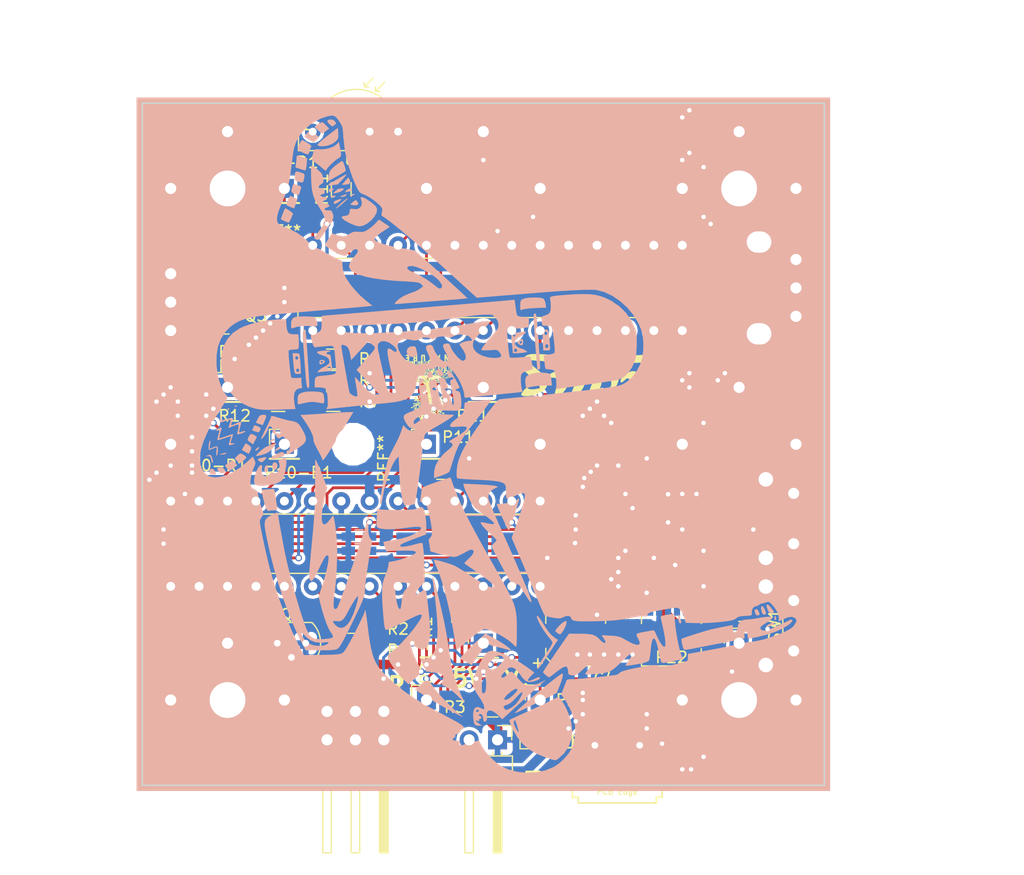
<source format=kicad_pcb>
(kicad_pcb (version 20171130) (host pcbnew 5.1.5-52549c5~84~ubuntu18.04.1)
  (title_block (title "RGB Cube") (date 2018-05-09))
  (layers (0 F.Cu signal) (31 B.Cu signal) (34 B.Paste user) (35 F.Paste user) (36 B.SilkS user hide) (37 F.SilkS user) (38 B.Mask user) (39 F.Mask user) (44 Edge.Cuts user))
  (net 0 "")
  (net 1 "Net-(C1-Pad1)")
  (net 2 GND)
  (net 3 "Net-(C2-Pad1)")
  (net 4 +5V)
  (net 5 "Net-(CON1-Pad1)")
  (net 6 "Net-(CON1-Pad3)")
  (net 7 "Net-(CON1-Pad4)")
  (net 8 /RST)
  (net 9 "Net-(D1-Pad1)")
  (net 10 "Net-(D1-Pad2)")
  (net 11 "Net-(L0-Pad1)")
  (net 12 "Net-(L1-Pad1)")
  (net 13 "Net-(L2-Pad1)")
  (net 14 "Net-(P00-B1-Pad1)")
  (net 15 "Net-(P00-G1-Pad1)")
  (net 16 "Net-(P00-R1-Pad1)")
  (net 17 "Net-(P01-B1-Pad1)")
  (net 18 "Net-(P01-G1-Pad1)")
  (net 19 "Net-(P01-R1-Pad1)")
  (net 20 "Net-(P02-B1-Pad1)")
  (net 21 "Net-(P02-G1-Pad1)")
  (net 22 "Net-(P02-R1-Pad1)")
  (net 23 "Net-(P10-B1-Pad1)")
  (net 24 "Net-(P10-G1-Pad1)")
  (net 25 "Net-(P10-R1-Pad1)")
  (net 26 "Net-(P11-B1-Pad1)")
  (net 27 "Net-(P11-G1-Pad1)")
  (net 28 "Net-(P11-R1-Pad1)")
  (net 29 "Net-(P12-B1-Pad1)")
  (net 30 "Net-(P12-G1-Pad1)")
  (net 31 "Net-(P12-R1-Pad1)")
  (net 32 "Net-(P20-B1-Pad1)")
  (net 33 "Net-(P20-G1-Pad1)")
  (net 34 "Net-(P20-R1-Pad1)")
  (net 35 "Net-(P21-B1-Pad1)")
  (net 36 "Net-(P21-G1-Pad1)")
  (net 37 "Net-(P21-R1-Pad1)")
  (net 38 "Net-(P22-B1-Pad1)")
  (net 39 "Net-(P22-G1-Pad1)")
  (net 40 "Net-(P22-R1-Pad1)")
  (net 41 "Net-(PWM0-Pad17)")
  (net 42 "Net-(PWM0-Pad20)")
  (net 43 "Net-(Q1-Pad2)")
  (net 44 "Net-(R2-Pad2)")
  (net 45 "Net-(R7-Pad2)")
  (net 46 "Net-(R8-Pad2)")
  (net 47 "Net-(R9-Pad2)")
  (net 48 "Net-(R10-Pad2)")
  (net 49 "Net-(SW2-Pad1)")
  (net 50 "Net-(PWM1-Pad20)")
  (net 51 "Net-(R4-Pad1)")
  (net 52 /GSCLK)
  (net 53 /BLANK)
  (net 54 /XLAT)
  (net 55 /SCLK)
  (net 56 /Serial)
  (net 57 /VPRG)
  (net 58 "Net-(C7-Pad1)")
  (net 59 /IR-Recevier)
  (net 60 "Net-(Q2-Pad1)")
  (net 61 "Net-(Q3-Pad1)")
  (net 62 "Net-(Q4-Pad1)")
  (net 63 "Net-(J1-Pad2)")
  (net 64 "Net-(J1-Pad4)")
  (net 65 "Net-(J1-Pad3)")
  (net 66 "Net-(PWM0-Pad16)")
  (net 67 "Net-(PWM1-Pad15)")
  (net 68 "Net-(PWM1-Pad16)")
  (net 69 "Net-(PWM1-Pad17)")
  (net 70 "Net-(PWM1-Pad11)")
  (net 71 "Net-(PWM1-Pad12)")
  (net 72 "Net-(PWM1-Pad13)")
  (net 73 "Net-(PWM1-Pad14)")
  (net 74 "Net-(RK09K111-LOG10K1-Pad1)")
  (net 75 "Net-(µ-Controller1-Pad22)")
  (net 76 "Net-(µ-Controller1-Pad23)")
  (net 77 "Net-(µ-Controller1-Pad24)")
  (net 78 "Net-(µ-Controller1-Pad25)")
  (net 79 "Net-(µ-Controller1-Pad26)")
  (net 80 "Net-(µ-Controller1-Pad30)")
  (net 81 "Net-(µ-Controller1-Pad31)")
  (net 82 "Net-(µ-Controller1-Pad32)")
  (net 83 "Net-(µ-Controller1-Pad33)")
  (net 84 "Net-(µ-Controller1-Pad34)")
  (net 85 "Net-(µ-Controller1-Pad35)")
  (net 86 "Net-(µ-Controller1-Pad36)")
  (net 87 "Net-(µ-Controller1-Pad37)")
  (net 88 "Net-(µ-Controller1-Pad40)")
  (net 89 "Net-(µ-Controller1-Pad41)")
  (net 90 "Net-(µ-Controller1-Pad43)")
  (net 91 "Net-(µ-Controller1-Pad44)")
  (module Resistors_SMD:R_0805_HandSoldering (layer F.Cu) (at 139.145 99.06)
    (fp_text reference R14 (at -3.89 -0.635) (layer F.SilkS))
    (fp_text value 10k)
    (pad 1 smd rect (at -1.35 0) (size 1.5 1.3) (layers F.Cu F.Paste F.Mask) (net 4 +5V))
    (pad 2 smd rect (at 1.35 0) (size 1.5 1.3) (layers F.Cu F.Paste F.Mask) (net 62 "Net-(Q4-Pad1)"))
  )
  (module MyLogos:Klaus_Logo_Medium (layer F.Cu) (at 167.64 101.6 180)
    (fp_text reference G*** hide)
    (fp_text value LOGO hide)
  )
  (module Capacitors_SMD:CP_Elec_10x10.5 (layer F.Cu) (at 173.99 114.3)
    (fp_text reference C6 (at -6.985 -3.175) (layer F.SilkS))
    (fp_text value 1000µF)
    (fp_text user + (at -5.78 4.97) (layer F.SilkS))
    (pad 1 smd rect (at -4 0 180) (size 4 2.5) (layers F.Cu F.Paste F.Mask) (net 4 +5V))
    (pad 2 smd rect (at 4 0 180) (size 4 2.5) (layers F.Cu F.Paste F.Mask) (net 2 GND))
  )
  (module Capacitors_SMD:C_0603_HandSoldering (layer B.Cu) (at 146.365 116.205 180)
    (fp_text reference C1 (at 2.855 0 180) (layer B.SilkS) (effects (justify mirror)))
    (fp_text value 22pF)
    (pad 1 smd rect (at -0.95 0 180) (size 1.2 0.75) (layers B.Cu B.Paste B.Mask) (net 1 "Net-(C1-Pad1)"))
    (pad 2 smd rect (at 0.95 0 180) (size 1.2 0.75) (layers B.Cu B.Paste B.Mask) (net 2 GND))
  )
  (module Capacitors_SMD:C_0603_HandSoldering (layer B.Cu) (at 146.365 114.935 180)
    (fp_text reference C2 (at 3.109 0 180) (layer B.SilkS) (effects (justify mirror)))
    (fp_text value 22pF)
    (pad 1 smd rect (at -0.95 0 180) (size 1.2 0.75) (layers B.Cu B.Paste B.Mask) (net 3 "Net-(C2-Pad1)"))
    (pad 2 smd rect (at 0.95 0 180) (size 1.2 0.75) (layers B.Cu B.Paste B.Mask) (net 2 GND))
  )
  (module Capacitors_SMD:C_0603_HandSoldering (layer F.Cu) (at 169.545 130.81)
    (fp_text reference C3 (at 1.905 -1.25) (layer F.SilkS))
    (fp_text value "0.1 µF")
    (pad 1 smd rect (at -0.95 0) (size 1.2 0.75) (layers F.Cu F.Paste F.Mask) (net 4 +5V))
    (pad 2 smd rect (at 0.95 0) (size 1.2 0.75) (layers F.Cu F.Paste F.Mask) (net 2 GND))
  )
  (module Capacitors_SMD:CP_Elec_5x5.3 (layer F.Cu) (at 165.735 123.825)
    (fp_text reference C4 (at 2.54 3.81) (layer F.SilkS))
    (fp_text value "10 µF")
    (fp_text user + (at -3.38 2.34) (layer F.SilkS))
    (pad 1 smd rect (at -2.2 0 180) (size 3 1.6) (layers F.Cu F.Paste F.Mask) (net 4 +5V))
    (pad 2 smd rect (at 2.2 0 180) (size 3 1.6) (layers F.Cu F.Paste F.Mask) (net 2 GND))
  )
  (module Capacitors_SMD:CP_Elec_5x5.8 (layer F.Cu) (at 174.285 123.825 180)
    (fp_text reference C5 (at 3.47 -3.81 180) (layer F.SilkS))
    (fp_text value "100 µF")
    (fp_text user + (at -3.38 2.35 180) (layer F.SilkS))
    (pad 1 smd rect (at -2.2 0) (size 3 1.6) (layers F.Cu F.Paste F.Mask) (net 4 +5V))
    (pad 2 smd rect (at 2.2 0) (size 3 1.6) (layers F.Cu F.Paste F.Mask) (net 2 GND))
  )
  (module LEDs:LED_0603_HandSoldering (layer F.Cu) (at 162.56 133.35)
    (fp_text reference D1 (at 3.175 0) (layer F.SilkS))
    (fp_text value Led-On)
    (pad 1 smd rect (at -1.1 0) (size 1.2 0.9) (layers F.Cu F.Paste F.Mask) (net 9 "Net-(D1-Pad1)"))
    (pad 2 smd rect (at 1.1 0) (size 1.2 0.9) (layers F.Cu F.Paste F.Mask) (net 10 "Net-(D1-Pad2)"))
  )
  (module MyFootprints:USB_Micro_Conn_Reichelt_Version_2 (layer F.Cu) (at 169.45 135.7376)
    (fp_text reference J1 (at 5.175 -2.3876) (layer F.SilkS))
    (fp_text value USB_OTG)
    (fp_text user "PCB Edge" (at 0 2) (layer F.SilkS) (effects (font (size 0.5 0.5) (thickness 0.1))))
    (pad "" smd rect (at 1.075 0) (size 1.65 1.9) (layers F.Cu F.Paste F.Mask))
    (pad 6 smd rect (at 4 0) (size 1.8 1.9) (layers F.Cu F.Paste F.Mask) (net 2 GND))
    (pad 5 smd rect (at 1.3 -2.65) (size 0.4 1.4) (layers F.Cu F.Paste F.Mask) (net 2 GND))
    (pad 1 smd rect (at -1.3 -2.65) (size 0.4 1.4) (layers F.Cu F.Paste F.Mask) (net 4 +5V))
    (pad 2 smd rect (at -0.65 -2.65) (size 0.4 1.4) (layers F.Cu F.Paste F.Mask) (net 63 "Net-(J1-Pad2)"))
    (pad 4 smd rect (at 0.65 -2.65) (size 0.4 1.4) (layers F.Cu F.Paste F.Mask) (net 64 "Net-(J1-Pad4)"))
    (pad "" np_thru_hole circle (at -2 -2.15) (size 0.8 0.8) (drill 0.6) (layers *.Cu))
    (pad "" np_thru_hole circle (at 2 -2.15) (size 0.8 0.8) (drill 0.6) (layers *.Cu))
    (pad 3 smd rect (at 0 -2.65) (size 0.4 1.4) (layers F.Cu F.Paste F.Mask) (net 65 "Net-(J1-Pad3)"))
    (pad 6 smd rect (at -4 0) (size 1.8 1.9) (layers F.Cu F.Paste F.Mask) (net 2 GND))
    (pad "" smd rect (at -1.075 0) (size 1.65 1.9) (layers F.Cu F.Paste F.Mask))
  )
  (module Pin_Headers:Pin_Header_Straight_1x01_Pitch2.54mm (layer F.Cu) (at 129.54 96.52)
    (fp_text reference L0 (at 0 2.54) (layer F.SilkS))
    (fp_text value Conn_01x01)
    (pad 1 thru_hole rect (at 0 0) (size 1.7 1.7) (drill 1) (layers *.Cu *.Mask) (net 11 "Net-(L0-Pad1)"))
  )
  (module Pin_Headers:Pin_Header_Straight_1x01_Pitch2.54mm (layer F.Cu) (at 129.54 93.98)
    (fp_text reference L1 (at 2.54 -1.27) (layer F.SilkS))
    (fp_text value Conn_01x01)
    (pad 1 thru_hole rect (at 0 0) (size 1.7 1.7) (drill 1) (layers *.Cu *.Mask) (net 12 "Net-(L1-Pad1)"))
  )
  (module Pin_Headers:Pin_Header_Straight_1x01_Pitch2.54mm (layer F.Cu) (at 129.54 91.44)
    (fp_text reference L2 (at 0 -2.54) (layer F.SilkS))
    (fp_text value Conn_01x01)
    (pad 1 thru_hole rect (at 0 0) (size 1.7 1.7) (drill 1) (layers *.Cu *.Mask) (net 13 "Net-(L2-Pad1)"))
  )
  (module Pin_Headers:Pin_Header_Straight_1x01_Pitch2.54mm (layer F.Cu) (at 139.7 83.82)
    (fp_text reference P00-B1 (at 0 -2.33) (layer F.SilkS))
    (fp_text value Conn_01x01)
    (pad 1 thru_hole rect (at 0 0) (size 1.7 1.7) (drill 1) (layers *.Cu *.Mask) (net 14 "Net-(P00-B1-Pad1)"))
  )
  (module Pin_Headers:Pin_Header_Straight_1x01_Pitch2.54mm (layer F.Cu) (at 134.62 78.74)
    (fp_text reference P00-G1 (at 4.445 -0.635) (layer F.SilkS))
    (fp_text value Conn_01x01)
    (pad 1 thru_hole rect (at 0 0) (size 1.7 1.7) (drill 1) (layers *.Cu *.Mask) (net 15 "Net-(P00-G1-Pad1)"))
  )
  (module Pin_Headers:Pin_Header_Straight_1x01_Pitch2.54mm (layer F.Cu) (at 129.54 83.82)
    (fp_text reference P00-R1 (at 1.27 -2.33) (layer F.SilkS))
    (fp_text value Conn_01x01)
    (pad 1 thru_hole rect (at 0 0) (size 1.7 1.7) (drill 1) (layers *.Cu *.Mask) (net 16 "Net-(P00-R1-Pad1)"))
  )
  (module Pin_Headers:Pin_Header_Straight_1x01_Pitch2.54mm (layer F.Cu) (at 162.56 83.82)
    (fp_text reference P01-B1 (at 1.27 3.175 180) (layer F.SilkS))
    (fp_text value Conn_01x01)
    (pad 1 thru_hole rect (at 0 0) (size 1.7 1.7) (drill 1) (layers *.Cu *.Mask) (net 17 "Net-(P01-B1-Pad1)"))
  )
  (module Pin_Headers:Pin_Header_Straight_1x01_Pitch2.54mm (layer F.Cu) (at 157.48 78.74)
    (fp_text reference P01-G1 (at -2.54 1.27 90) (layer F.SilkS))
    (fp_text value Conn_01x01)
    (pad 1 thru_hole rect (at 0 0) (size 1.7 1.7) (drill 1) (layers *.Cu *.Mask) (net 18 "Net-(P01-G1-Pad1)"))
  )
  (module Pin_Headers:Pin_Header_Straight_1x01_Pitch2.54mm (layer F.Cu) (at 152.4 83.82)
    (fp_text reference P01-R1 (at 0.635 2.54) (layer F.SilkS))
    (fp_text value Conn_01x01)
    (pad 1 thru_hole rect (at 0 0) (size 1.7 1.7) (drill 1) (layers *.Cu *.Mask) (net 19 "Net-(P01-R1-Pad1)"))
  )
  (module Pin_Headers:Pin_Header_Straight_1x01_Pitch2.54mm (layer F.Cu) (at 185.42 83.82)
    (fp_text reference P02-B1 (at -0.635 -2.33) (layer F.SilkS))
    (fp_text value Conn_01x01)
    (pad 1 thru_hole rect (at 0 0) (size 1.7 1.7) (drill 1) (layers *.Cu *.Mask) (net 20 "Net-(P02-B1-Pad1)"))
  )
  (module Pin_Headers:Pin_Header_Straight_1x01_Pitch2.54mm (layer F.Cu) (at 180.34 78.74)
    (fp_text reference P02-G1 (at 4.445 -1.27) (layer F.SilkS))
    (fp_text value Conn_01x01)
    (pad 1 thru_hole rect (at 0 0) (size 1.7 1.7) (drill 1) (layers *.Cu *.Mask) (net 21 "Net-(P02-G1-Pad1)"))
  )
  (module Pin_Headers:Pin_Header_Straight_1x01_Pitch2.54mm (layer F.Cu) (at 175.26 83.82)
    (fp_text reference P02-R1 (at -0.635 2.54) (layer F.SilkS))
    (fp_text value Conn_01x01)
    (pad 1 thru_hole rect (at 0 0) (size 1.7 1.7) (drill 1) (layers *.Cu *.Mask) (net 22 "Net-(P02-R1-Pad1)"))
  )
  (module Pin_Headers:Pin_Header_Straight_1x01_Pitch2.54mm (layer F.Cu) (at 139.7 106.68)
    (fp_text reference P10-B1 (at 1.27 2.54) (layer F.SilkS))
    (fp_text value Conn_01x01)
    (pad 1 thru_hole rect (at 0 0) (size 1.7 1.7) (drill 1) (layers *.Cu *.Mask) (net 23 "Net-(P10-B1-Pad1)"))
  )
  (module Pin_Headers:Pin_Header_Straight_1x01_Pitch2.54mm (layer F.Cu) (at 134.62 101.6)
    (fp_text reference P10-G1 (at -4.445 0) (layer F.SilkS))
    (fp_text value Conn_01x01)
    (pad 1 thru_hole rect (at 0 0) (size 1.7 1.7) (drill 1) (layers *.Cu *.Mask) (net 24 "Net-(P10-G1-Pad1)"))
  )
  (module Pin_Headers:Pin_Header_Straight_1x01_Pitch2.54mm (layer F.Cu) (at 129.54 106.68)
    (fp_text reference P10-R1 (at 3.81 1.905) (layer F.SilkS))
    (fp_text value Conn_01x01)
    (pad 1 thru_hole rect (at 0 0) (size 1.7 1.7) (drill 1) (layers *.Cu *.Mask) (net 25 "Net-(P10-R1-Pad1)"))
  )
  (module Pin_Headers:Pin_Header_Straight_1x01_Pitch2.54mm (layer F.Cu) (at 162.56 106.68)
    (fp_text reference P11-B1 (at 0 2.54) (layer F.SilkS))
    (fp_text value Conn_01x01)
    (pad 1 thru_hole rect (at 0 0) (size 1.7 1.7) (drill 1) (layers *.Cu *.Mask) (net 26 "Net-(P11-B1-Pad1)"))
  )
  (module Pin_Headers:Pin_Header_Straight_1x01_Pitch2.54mm (layer F.Cu) (at 157.48 101.6)
    (fp_text reference P11-G1 (at 0.635 2.54) (layer F.SilkS))
    (fp_text value Conn_01x01)
    (pad 1 thru_hole rect (at 0 0) (size 1.7 1.7) (drill 1) (layers *.Cu *.Mask) (net 27 "Net-(P11-G1-Pad1)"))
  )
  (module Pin_Headers:Pin_Header_Straight_1x01_Pitch2.54mm (layer F.Cu) (at 152.4 106.68)
    (fp_text reference P11-R1 (at 4.445 -0.635) (layer F.SilkS))
    (fp_text value Conn_01x01)
    (pad 1 thru_hole rect (at 0 0) (size 1.7 1.7) (drill 1) (layers *.Cu *.Mask) (net 28 "Net-(P11-R1-Pad1)"))
  )
  (module Pin_Headers:Pin_Header_Straight_1x01_Pitch2.54mm (layer F.Cu) (at 185.42 106.68)
    (fp_text reference P12-B1 (at -0.635 -2.54) (layer F.SilkS))
    (fp_text value Conn_01x01)
    (pad 1 thru_hole rect (at 0 0) (size 1.7 1.7) (drill 1) (layers *.Cu *.Mask) (net 29 "Net-(P12-B1-Pad1)"))
  )
  (module Pin_Headers:Pin_Header_Straight_1x01_Pitch2.54mm (layer F.Cu) (at 180.34 101.6)
    (fp_text reference P12-G1 (at 4.445 0) (layer F.SilkS))
    (fp_text value Conn_01x01)
    (pad 1 thru_hole rect (at 0 0) (size 1.7 1.7) (drill 1) (layers *.Cu *.Mask) (net 30 "Net-(P12-G1-Pad1)"))
  )
  (module Pin_Headers:Pin_Header_Straight_1x01_Pitch2.54mm (layer F.Cu) (at 175.26 106.68)
    (fp_text reference P12-R1 (at 4.445 0) (layer F.SilkS))
    (fp_text value Conn_01x01)
    (pad 1 thru_hole rect (at 0 0) (size 1.7 1.7) (drill 1) (layers *.Cu *.Mask) (net 31 "Net-(P12-R1-Pad1)"))
  )
  (module Pin_Headers:Pin_Header_Straight_1x01_Pitch2.54mm (layer F.Cu) (at 139.7 129.54)
    (fp_text reference P20-B1 (at -1.905 -0.635 90) (layer F.SilkS))
    (fp_text value Conn_01x01)
    (pad 1 thru_hole rect (at 0 0) (size 1.7 1.7) (drill 1) (layers *.Cu *.Mask) (net 32 "Net-(P20-B1-Pad1)"))
  )
  (module Pin_Headers:Pin_Header_Straight_1x01_Pitch2.54mm (layer F.Cu) (at 134.62 124.46)
    (fp_text reference P20-G1 (at 0 -2.33) (layer F.SilkS))
    (fp_text value Conn_01x01)
    (pad 1 thru_hole rect (at 0 0) (size 1.7 1.7) (drill 1) (layers *.Cu *.Mask) (net 33 "Net-(P20-G1-Pad1)"))
  )
  (module Pin_Headers:Pin_Header_Straight_1x01_Pitch2.54mm (layer F.Cu) (at 129.54 129.54)
    (fp_text reference P20-R1 (at 1.27 2.54) (layer F.SilkS))
    (fp_text value Conn_01x01)
    (pad 1 thru_hole rect (at 0 0) (size 1.7 1.7) (drill 1) (layers *.Cu *.Mask) (net 34 "Net-(P20-R1-Pad1)"))
  )
  (module Pin_Headers:Pin_Header_Straight_1x01_Pitch2.54mm (layer F.Cu) (at 162.56 129.54)
    (fp_text reference P21-B1 (at 4.445 0) (layer F.SilkS))
    (fp_text value Conn_01x01)
    (pad 1 thru_hole rect (at 0 0) (size 1.7 1.7) (drill 1) (layers *.Cu *.Mask) (net 35 "Net-(P21-B1-Pad1)"))
  )
  (module Pin_Headers:Pin_Header_Straight_1x01_Pitch2.54mm (layer F.Cu) (at 157.48 124.46)
    (fp_text reference P21-G1 (at 0 -2.33) (layer F.SilkS))
    (fp_text value Conn_01x01)
    (pad 1 thru_hole rect (at 0 0) (size 1.7 1.7) (drill 1) (layers *.Cu *.Mask) (net 36 "Net-(P21-G1-Pad1)"))
  )
  (module Pin_Headers:Pin_Header_Straight_1x01_Pitch2.54mm (layer F.Cu) (at 152.4 129.54)
    (fp_text reference P21-R1 (at 0 -4.445 270) (layer F.SilkS))
    (fp_text value Conn_01x01)
    (pad 1 thru_hole rect (at 0 0) (size 1.7 1.7) (drill 1) (layers *.Cu *.Mask) (net 37 "Net-(P21-R1-Pad1)"))
  )
  (module Pin_Headers:Pin_Header_Straight_1x01_Pitch2.54mm (layer F.Cu) (at 185.42 129.54)
    (fp_text reference P22-B1 (at -0.635 2.54) (layer F.SilkS))
    (fp_text value Conn_01x01)
    (pad 1 thru_hole rect (at 0 0) (size 1.7 1.7) (drill 1) (layers *.Cu *.Mask) (net 38 "Net-(P22-B1-Pad1)"))
  )
  (module Pin_Headers:Pin_Header_Straight_1x01_Pitch2.54mm (layer F.Cu) (at 180.34 124.46)
    (fp_text reference P22-G1 (at -4.445 1.27) (layer F.SilkS))
    (fp_text value Conn_01x01)
    (pad 1 thru_hole rect (at 0 0) (size 1.7 1.7) (drill 1) (layers *.Cu *.Mask) (net 39 "Net-(P22-G1-Pad1)"))
  )
  (module Pin_Headers:Pin_Header_Straight_1x01_Pitch2.54mm (layer F.Cu) (at 175.26 129.54)
    (fp_text reference P22-R1 (at 0.635 -1.905) (layer F.SilkS))
    (fp_text value Conn_01x01)
    (pad 1 thru_hole rect (at 0 0) (size 1.7 1.7) (drill 1) (layers *.Cu *.Mask) (net 40 "Net-(P22-R1-Pad1)"))
  )
  (module Housings_DIP:DIP-28_W7.62mm (layer F.Cu) (at 142.24 96.52 90)
    (fp_text reference PWM0 (at 3.81 0.635 90) (layer F.SilkS))
    (fp_text value TLC5940NT)
    (pad 1 thru_hole rect (at 0 0 90) (size 1.6 1.6) (drill 0.8) (layers *.Cu *.Mask) (net 15 "Net-(P00-G1-Pad1)"))
    (pad 15 thru_hole oval (at 7.62 33.02 90) (size 1.6 1.6) (drill 0.8) (layers *.Cu *.Mask) (net 31 "Net-(P12-R1-Pad1)"))
    (pad 2 thru_hole oval (at 0 2.54 90) (size 1.6 1.6) (drill 0.8) (layers *.Cu *.Mask) (net 14 "Net-(P00-B1-Pad1)"))
    (pad 16 thru_hole oval (at 7.62 30.48 90) (size 1.6 1.6) (drill 0.8) (layers *.Cu *.Mask) (net 66 "Net-(PWM0-Pad16)"))
    (pad 3 thru_hole oval (at 0 5.08 90) (size 1.6 1.6) (drill 0.8) (layers *.Cu *.Mask) (net 19 "Net-(P01-R1-Pad1)"))
    (pad 17 thru_hole oval (at 7.62 27.94 90) (size 1.6 1.6) (drill 0.8) (layers *.Cu *.Mask) (net 41 "Net-(PWM0-Pad17)"))
    (pad 4 thru_hole oval (at 0 7.62 90) (size 1.6 1.6) (drill 0.8) (layers *.Cu *.Mask) (net 18 "Net-(P01-G1-Pad1)"))
    (pad 18 thru_hole oval (at 7.62 25.4 90) (size 1.6 1.6) (drill 0.8) (layers *.Cu *.Mask) (net 52 /GSCLK))
    (pad 5 thru_hole oval (at 0 10.16 90) (size 1.6 1.6) (drill 0.8) (layers *.Cu *.Mask) (net 17 "Net-(P01-B1-Pad1)"))
    (pad 19 thru_hole oval (at 7.62 22.86 90) (size 1.6 1.6) (drill 0.8) (layers *.Cu *.Mask) (net 4 +5V))
    (pad 6 thru_hole oval (at 0 12.7 90) (size 1.6 1.6) (drill 0.8) (layers *.Cu *.Mask) (net 22 "Net-(P02-R1-Pad1)"))
    (pad 20 thru_hole oval (at 7.62 20.32 90) (size 1.6 1.6) (drill 0.8) (layers *.Cu *.Mask) (net 42 "Net-(PWM0-Pad20)"))
    (pad 7 thru_hole oval (at 0 15.24 90) (size 1.6 1.6) (drill 0.8) (layers *.Cu *.Mask) (net 21 "Net-(P02-G1-Pad1)"))
    (pad 21 thru_hole oval (at 7.62 17.78 90) (size 1.6 1.6) (drill 0.8) (layers *.Cu *.Mask) (net 4 +5V))
    (pad 8 thru_hole oval (at 0 17.78 90) (size 1.6 1.6) (drill 0.8) (layers *.Cu *.Mask) (net 20 "Net-(P02-B1-Pad1)"))
    (pad 22 thru_hole oval (at 7.62 15.24 90) (size 1.6 1.6) (drill 0.8) (layers *.Cu *.Mask) (net 2 GND))
    (pad 9 thru_hole oval (at 0 20.32 90) (size 1.6 1.6) (drill 0.8) (layers *.Cu *.Mask) (net 25 "Net-(P10-R1-Pad1)"))
    (pad 23 thru_hole oval (at 7.62 12.7 90) (size 1.6 1.6) (drill 0.8) (layers *.Cu *.Mask) (net 53 /BLANK))
    (pad 10 thru_hole oval (at 0 22.86 90) (size 1.6 1.6) (drill 0.8) (layers *.Cu *.Mask) (net 24 "Net-(P10-G1-Pad1)"))
    (pad 24 thru_hole oval (at 7.62 10.16 90) (size 1.6 1.6) (drill 0.8) (layers *.Cu *.Mask) (net 54 /XLAT))
    (pad 11 thru_hole oval (at 0 25.4 90) (size 1.6 1.6) (drill 0.8) (layers *.Cu *.Mask) (net 23 "Net-(P10-B1-Pad1)"))
    (pad 25 thru_hole oval (at 7.62 7.62 90) (size 1.6 1.6) (drill 0.8) (layers *.Cu *.Mask) (net 55 /SCLK))
    (pad 12 thru_hole oval (at 0 27.94 90) (size 1.6 1.6) (drill 0.8) (layers *.Cu *.Mask) (net 28 "Net-(P11-R1-Pad1)"))
    (pad 26 thru_hole oval (at 7.62 5.08 90) (size 1.6 1.6) (drill 0.8) (layers *.Cu *.Mask) (net 56 /Serial))
    (pad 13 thru_hole oval (at 0 30.48 90) (size 1.6 1.6) (drill 0.8) (layers *.Cu *.Mask) (net 27 "Net-(P11-G1-Pad1)"))
    (pad 27 thru_hole oval (at 7.62 2.54 90) (size 1.6 1.6) (drill 0.8) (layers *.Cu *.Mask) (net 57 /VPRG))
    (pad 14 thru_hole oval (at 0 33.02 90) (size 1.6 1.6) (drill 0.8) (layers *.Cu *.Mask) (net 26 "Net-(P11-B1-Pad1)"))
    (pad 28 thru_hole oval (at 7.62 0 90) (size 1.6 1.6) (drill 0.8) (layers *.Cu *.Mask) (net 16 "Net-(P00-R1-Pad1)"))
  )
  (module Housings_DIP:DIP-28_W7.62mm (layer F.Cu) (at 129.54 119.38 90)
    (fp_text reference PWM1 (at 3.81 1.27 90) (layer F.SilkS))
    (fp_text value TLC5940NT)
    (pad 1 thru_hole rect (at 0 0 90) (size 1.6 1.6) (drill 0.8) (layers *.Cu *.Mask) (net 29 "Net-(P12-B1-Pad1)"))
    (pad 15 thru_hole oval (at 7.62 33.02 90) (size 1.6 1.6) (drill 0.8) (layers *.Cu *.Mask) (net 67 "Net-(PWM1-Pad15)"))
    (pad 2 thru_hole oval (at 0 2.54 90) (size 1.6 1.6) (drill 0.8) (layers *.Cu *.Mask) (net 34 "Net-(P20-R1-Pad1)"))
    (pad 16 thru_hole oval (at 7.62 30.48 90) (size 1.6 1.6) (drill 0.8) (layers *.Cu *.Mask) (net 68 "Net-(PWM1-Pad16)"))
    (pad 3 thru_hole oval (at 0 5.08 90) (size 1.6 1.6) (drill 0.8) (layers *.Cu *.Mask) (net 33 "Net-(P20-G1-Pad1)"))
    (pad 17 thru_hole oval (at 7.62 27.94 90) (size 1.6 1.6) (drill 0.8) (layers *.Cu *.Mask) (net 69 "Net-(PWM1-Pad17)"))
    (pad 4 thru_hole oval (at 0 7.62 90) (size 1.6 1.6) (drill 0.8) (layers *.Cu *.Mask) (net 32 "Net-(P20-B1-Pad1)"))
    (pad 18 thru_hole oval (at 7.62 25.4 90) (size 1.6 1.6) (drill 0.8) (layers *.Cu *.Mask) (net 52 /GSCLK))
    (pad 5 thru_hole oval (at 0 10.16 90) (size 1.6 1.6) (drill 0.8) (layers *.Cu *.Mask) (net 37 "Net-(P21-R1-Pad1)"))
    (pad 19 thru_hole oval (at 7.62 22.86 90) (size 1.6 1.6) (drill 0.8) (layers *.Cu *.Mask) (net 4 +5V))
    (pad 6 thru_hole oval (at 0 12.7 90) (size 1.6 1.6) (drill 0.8) (layers *.Cu *.Mask) (net 36 "Net-(P21-G1-Pad1)"))
    (pad 20 thru_hole oval (at 7.62 20.32 90) (size 1.6 1.6) (drill 0.8) (layers *.Cu *.Mask) (net 50 "Net-(PWM1-Pad20)"))
    (pad 7 thru_hole oval (at 0 15.24 90) (size 1.6 1.6) (drill 0.8) (layers *.Cu *.Mask) (net 35 "Net-(P21-B1-Pad1)"))
    (pad 21 thru_hole oval (at 7.62 17.78 90) (size 1.6 1.6) (drill 0.8) (layers *.Cu *.Mask) (net 4 +5V))
    (pad 8 thru_hole oval (at 0 17.78 90) (size 1.6 1.6) (drill 0.8) (layers *.Cu *.Mask) (net 40 "Net-(P22-R1-Pad1)"))
    (pad 22 thru_hole oval (at 7.62 15.24 90) (size 1.6 1.6) (drill 0.8) (layers *.Cu *.Mask) (net 2 GND))
    (pad 9 thru_hole oval (at 0 20.32 90) (size 1.6 1.6) (drill 0.8) (layers *.Cu *.Mask) (net 39 "Net-(P22-G1-Pad1)"))
    (pad 23 thru_hole oval (at 7.62 12.7 90) (size 1.6 1.6) (drill 0.8) (layers *.Cu *.Mask) (net 53 /BLANK))
    (pad 10 thru_hole oval (at 0 22.86 90) (size 1.6 1.6) (drill 0.8) (layers *.Cu *.Mask) (net 38 "Net-(P22-B1-Pad1)"))
    (pad 24 thru_hole oval (at 7.62 10.16 90) (size 1.6 1.6) (drill 0.8) (layers *.Cu *.Mask) (net 54 /XLAT))
    (pad 11 thru_hole oval (at 0 25.4 90) (size 1.6 1.6) (drill 0.8) (layers *.Cu *.Mask) (net 70 "Net-(PWM1-Pad11)"))
    (pad 25 thru_hole oval (at 7.62 7.62 90) (size 1.6 1.6) (drill 0.8) (layers *.Cu *.Mask) (net 55 /SCLK))
    (pad 12 thru_hole oval (at 0 27.94 90) (size 1.6 1.6) (drill 0.8) (layers *.Cu *.Mask) (net 71 "Net-(PWM1-Pad12)"))
    (pad 26 thru_hole oval (at 7.62 5.08 90) (size 1.6 1.6) (drill 0.8) (layers *.Cu *.Mask) (net 41 "Net-(PWM0-Pad17)"))
    (pad 13 thru_hole oval (at 0 30.48 90) (size 1.6 1.6) (drill 0.8) (layers *.Cu *.Mask) (net 72 "Net-(PWM1-Pad13)"))
    (pad 27 thru_hole oval (at 7.62 2.54 90) (size 1.6 1.6) (drill 0.8) (layers *.Cu *.Mask) (net 57 /VPRG))
    (pad 14 thru_hole oval (at 0 33.02 90) (size 1.6 1.6) (drill 0.8) (layers *.Cu *.Mask) (net 73 "Net-(PWM1-Pad14)"))
    (pad 28 thru_hole oval (at 7.62 0 90) (size 1.6 1.6) (drill 0.8) (layers *.Cu *.Mask) (net 30 "Net-(P12-G1-Pad1)"))
  )
  (module TO_SOT_Packages_THT:TO-92_Molded_Narrow (layer F.Cu) (at 141.605 124.46 180)
    (fp_text reference Q1 (at 1.27 2.54 180) (layer F.SilkS))
    (fp_text value 2N3904)
    (pad 2 thru_hole circle (at 1.27 -1.27 270) (size 1 1) (drill 0.6) (layers *.Cu *.Mask) (net 43 "Net-(Q1-Pad2)"))
    (pad 3 thru_hole circle (at 2.54 0 270) (size 1 1) (drill 0.6) (layers *.Cu *.Mask) (net 53 /BLANK))
    (pad 1 thru_hole rect (at 0 0 270) (size 1 1) (drill 0.6) (layers *.Cu *.Mask) (net 2 GND))
  )
  (module Resistors_SMD:R_0805_HandSoldering (layer F.Cu) (at 139.7 134.065 270)
    (fp_text reference R1 (at 0 -1.7 270) (layer F.SilkS))
    (fp_text value 10K)
    (pad 1 smd rect (at -1.35 0 270) (size 1.5 1.3) (layers F.Cu F.Paste F.Mask) (net 8 /RST))
    (pad 2 smd rect (at 1.35 0 270) (size 1.5 1.3) (layers F.Cu F.Paste F.Mask) (net 4 +5V))
  )
  (module Resistors_SMD:R_0805_HandSoldering (layer F.Cu) (at 145.97 124.46)
    (fp_text reference R2 (at 3.89 -1.27) (layer F.SilkS))
    (fp_text value 10k)
    (pad 1 smd rect (at -1.35 0) (size 1.5 1.3) (layers F.Cu F.Paste F.Mask) (net 43 "Net-(Q1-Pad2)"))
    (pad 2 smd rect (at 1.35 0) (size 1.5 1.3) (layers F.Cu F.Paste F.Mask) (net 44 "Net-(R2-Pad2)"))
  )
  (module Resistors_SMD:R_0805_HandSoldering (layer F.Cu) (at 158.195 130.175)
    (fp_text reference R3 (at -3.255 0) (layer F.SilkS))
    (fp_text value 10K)
    (pad 1 smd rect (at -1.35 0) (size 1.5 1.3) (layers F.Cu F.Paste F.Mask) (net 2 GND))
    (pad 2 smd rect (at 1.35 0) (size 1.5 1.3) (layers F.Cu F.Paste F.Mask) (net 9 "Net-(D1-Pad1)"))
  )
  (module Resistors_SMD:R_0805_HandSoldering (layer F.Cu) (at 168.99 85.725 180)
    (fp_text reference R4 (at 3.255 0 180) (layer F.SilkS))
    (fp_text value 2k)
    (pad 1 smd rect (at -1.35 0 180) (size 1.5 1.3) (layers F.Cu F.Paste F.Mask) (net 51 "Net-(R4-Pad1)"))
    (pad 2 smd rect (at 1.35 0 180) (size 1.5 1.3) (layers F.Cu F.Paste F.Mask) (net 50 "Net-(PWM1-Pad20)"))
  )
  (module Resistors_SMD:R_0805_HandSoldering (layer F.Cu) (at 168.99 83.82 180)
    (fp_text reference R5 (at 3.255 0 180) (layer F.SilkS))
    (fp_text value 2k)
    (pad 1 smd rect (at -1.35 0 180) (size 1.5 1.3) (layers F.Cu F.Paste F.Mask) (net 51 "Net-(R4-Pad1)"))
    (pad 2 smd rect (at 1.35 0 180) (size 1.5 1.3) (layers F.Cu F.Paste F.Mask) (net 42 "Net-(PWM0-Pad20)"))
  )
  (module Resistors_SMD:R_0805_HandSoldering (layer F.Cu) (at 145.97 126.365 180)
    (fp_text reference R6 (at -3.89 1.27 180) (layer F.SilkS))
    (fp_text value 1k)
    (pad 1 smd rect (at -1.35 0 180) (size 1.5 1.3) (layers F.Cu F.Paste F.Mask) (net 4 +5V))
    (pad 2 smd rect (at 1.35 0 180) (size 1.5 1.3) (layers F.Cu F.Paste F.Mask) (net 53 /BLANK))
  )
  (module Resistors_SMD:R_0805_HandSoldering (layer F.Cu) (at 144.065 102.87)
    (fp_text reference R7 (at 3.255 0) (layer F.SilkS))
    (fp_text value 150)
    (pad 1 smd rect (at -1.35 0) (size 1.5 1.3) (layers F.Cu F.Paste F.Mask) (net 60 "Net-(Q2-Pad1)"))
    (pad 2 smd rect (at 1.35 0) (size 1.5 1.3) (layers F.Cu F.Paste F.Mask) (net 45 "Net-(R7-Pad2)"))
  )
  (module Resistors_SMD:R_0805_HandSoldering (layer F.Cu) (at 144.065 100.965)
    (fp_text reference R8 (at 3.255 0) (layer F.SilkS))
    (fp_text value 150)
    (pad 1 smd rect (at -1.35 0) (size 1.5 1.3) (layers F.Cu F.Paste F.Mask) (net 61 "Net-(Q3-Pad1)"))
    (pad 2 smd rect (at 1.35 0) (size 1.5 1.3) (layers F.Cu F.Paste F.Mask) (net 46 "Net-(R8-Pad2)"))
  )
  (module Resistors_SMD:R_0805_HandSoldering (layer F.Cu) (at 144.065 99.06)
    (fp_text reference R9 (at 3.255 0) (layer F.SilkS))
    (fp_text value 150)
    (pad 1 smd rect (at -1.35 0) (size 1.5 1.3) (layers F.Cu F.Paste F.Mask) (net 62 "Net-(Q4-Pad1)"))
    (pad 2 smd rect (at 1.35 0) (size 1.5 1.3) (layers F.Cu F.Paste F.Mask) (net 47 "Net-(R9-Pad2)"))
  )
  (module Resistors_SMD:R_0805_HandSoldering (layer F.Cu) (at 180.42 134.62)
    (fp_text reference R10 (at 4.365 0.635) (layer F.SilkS))
    (fp_text value 10k)
    (pad 1 smd rect (at -1.35 0) (size 1.5 1.3) (layers F.Cu F.Paste F.Mask) (net 2 GND))
    (pad 2 smd rect (at 1.35 0) (size 1.5 1.3) (layers F.Cu F.Paste F.Mask) (net 48 "Net-(R10-Pad2)"))
  )
  (module MyFootprints:Potentiometer-Alps (layer F.Cu) (at 182.88 92.71 90)
    (fp_text reference RK09K111-LOG10K1 (at 0 -4.445 90) (layer F.SilkS))
    (fp_text value 10K)
    (pad "" np_thru_hole oval (at -4.1 -0.76 90) (size 2.5 2.8) (drill oval 1.9 2.2) (layers *.Cu *.Mask))
    (pad 2 thru_hole circle (at 0 2.54 90) (size 1.7 1.7) (drill 1) (layers *.Cu *.Mask) (net 2 GND))
    (pad 1 thru_hole circle (at -2.54 2.54 90) (size 1.7 1.7) (drill 1) (layers *.Cu *.Mask) (net 74 "Net-(RK09K111-LOG10K1-Pad1)"))
    (pad 3 thru_hole circle (at 2.54 2.54 90) (size 1.7 1.7) (drill 1) (layers *.Cu *.Mask) (net 51 "Net-(R4-Pad1)"))
    (pad "" np_thru_hole oval (at 4.1 -0.76 90) (size 2.5 2.8) (drill oval 1.9 2.2) (layers *.Cu *.Mask))
  )
  (module Housings_QFP:TQFP-44_10x10mm_Pitch0.8mm (layer B.Cu) (at 173.19 115.555)
    (fp_text reference µ-Controller1 (at -4.28 -8.24) (layer B.SilkS) (effects (justify mirror)))
    (fp_text value ATMEGA1284P-AU)
    (pad 1 smd rect (at -5.7 4) (size 1.5 0.55) (layers B.Cu B.Paste B.Mask) (net 7 "Net-(CON1-Pad4)"))
    (pad 2 smd rect (at -5.7 3.2) (size 1.5 0.55) (layers B.Cu B.Paste B.Mask) (net 5 "Net-(CON1-Pad1)"))
    (pad 3 smd rect (at -5.7 2.4) (size 1.5 0.55) (layers B.Cu B.Paste B.Mask) (net 6 "Net-(CON1-Pad3)"))
    (pad 4 smd rect (at -5.7 1.6) (size 1.5 0.55) (layers B.Cu B.Paste B.Mask) (net 8 /RST))
    (pad 5 smd rect (at -5.7 0.8) (size 1.5 0.55) (layers B.Cu B.Paste B.Mask) (net 4 +5V))
    (pad 6 smd rect (at -5.7 0) (size 1.5 0.55) (layers B.Cu B.Paste B.Mask) (net 2 GND))
    (pad 7 smd rect (at -5.7 -0.8) (size 1.5 0.55) (layers B.Cu B.Paste B.Mask) (net 1 "Net-(C1-Pad1)"))
    (pad 8 smd rect (at -5.7 -1.6) (size 1.5 0.55) (layers B.Cu B.Paste B.Mask) (net 3 "Net-(C2-Pad1)"))
    (pad 9 smd rect (at -5.7 -2.4) (size 1.5 0.55) (layers B.Cu B.Paste B.Mask) (net 44 "Net-(R2-Pad2)"))
    (pad 10 smd rect (at -5.7 -3.2) (size 1.5 0.55) (layers B.Cu B.Paste B.Mask) (net 57 /VPRG))
    (pad 11 smd rect (at -5.7 -4) (size 1.5 0.55) (layers B.Cu B.Paste B.Mask) (net 59 /IR-Recevier))
    (pad 12 smd rect (at -4 -5.7 270) (size 1.5 0.55) (layers B.Cu B.Paste B.Mask) (net 56 /Serial))
    (pad 13 smd rect (at -3.2 -5.7 270) (size 1.5 0.55) (layers B.Cu B.Paste B.Mask) (net 55 /SCLK))
    (pad 14 smd rect (at -2.4 -5.7 270) (size 1.5 0.55) (layers B.Cu B.Paste B.Mask) (net 52 /GSCLK))
    (pad 15 smd rect (at -1.6 -5.7 270) (size 1.5 0.55) (layers B.Cu B.Paste B.Mask) (net 54 /XLAT))
    (pad 16 smd rect (at -0.8 -5.7 270) (size 1.5 0.55) (layers B.Cu B.Paste B.Mask) (net 10 "Net-(D1-Pad2)"))
    (pad 17 smd rect (at 0 -5.7 270) (size 1.5 0.55) (layers B.Cu B.Paste B.Mask) (net 4 +5V))
    (pad 18 smd rect (at 0.8 -5.7 270) (size 1.5 0.55) (layers B.Cu B.Paste B.Mask) (net 2 GND))
    (pad 19 smd rect (at 1.6 -5.7 270) (size 1.5 0.55) (layers B.Cu B.Paste B.Mask) (net 45 "Net-(R7-Pad2)"))
    (pad 20 smd rect (at 2.4 -5.7 270) (size 1.5 0.55) (layers B.Cu B.Paste B.Mask) (net 46 "Net-(R8-Pad2)"))
    (pad 21 smd rect (at 3.2 -5.7 270) (size 1.5 0.55) (layers B.Cu B.Paste B.Mask) (net 47 "Net-(R9-Pad2)"))
    (pad 22 smd rect (at 4 -5.7 270) (size 1.5 0.55) (layers B.Cu B.Paste B.Mask) (net 75 "Net-(µ-Controller1-Pad22)"))
    (pad 23 smd rect (at 5.7 -4) (size 1.5 0.55) (layers B.Cu B.Paste B.Mask) (net 76 "Net-(µ-Controller1-Pad23)"))
    (pad 24 smd rect (at 5.7 -3.2) (size 1.5 0.55) (layers B.Cu B.Paste B.Mask) (net 77 "Net-(µ-Controller1-Pad24)"))
    (pad 25 smd rect (at 5.7 -2.4) (size 1.5 0.55) (layers B.Cu B.Paste B.Mask) (net 78 "Net-(µ-Controller1-Pad25)"))
    (pad 26 smd rect (at 5.7 -1.6) (size 1.5 0.55) (layers B.Cu B.Paste B.Mask) (net 79 "Net-(µ-Controller1-Pad26)"))
    (pad 27 smd rect (at 5.7 -0.8) (size 1.5 0.55) (layers B.Cu B.Paste B.Mask) (net 4 +5V))
    (pad 28 smd rect (at 5.7 0) (size 1.5 0.55) (layers B.Cu B.Paste B.Mask) (net 2 GND))
    (pad 29 smd rect (at 5.7 0.8) (size 1.5 0.55) (layers B.Cu B.Paste B.Mask) (net 4 +5V))
    (pad 30 smd rect (at 5.7 1.6) (size 1.5 0.55) (layers B.Cu B.Paste B.Mask) (net 80 "Net-(µ-Controller1-Pad30)"))
    (pad 31 smd rect (at 5.7 2.4) (size 1.5 0.55) (layers B.Cu B.Paste B.Mask) (net 81 "Net-(µ-Controller1-Pad31)"))
    (pad 32 smd rect (at 5.7 3.2) (size 1.5 0.55) (layers B.Cu B.Paste B.Mask) (net 82 "Net-(µ-Controller1-Pad32)"))
    (pad 33 smd rect (at 5.7 4) (size 1.5 0.55) (layers B.Cu B.Paste B.Mask) (net 83 "Net-(µ-Controller1-Pad33)"))
    (pad 34 smd rect (at 4 5.7 270) (size 1.5 0.55) (layers B.Cu B.Paste B.Mask) (net 84 "Net-(µ-Controller1-Pad34)"))
    (pad 35 smd rect (at 3.2 5.7 270) (size 1.5 0.55) (layers B.Cu B.Paste B.Mask) (net 85 "Net-(µ-Controller1-Pad35)"))
    (pad 36 smd rect (at 2.4 5.7 270) (size 1.5 0.55) (layers B.Cu B.Paste B.Mask) (net 86 "Net-(µ-Controller1-Pad36)"))
    (pad 37 smd rect (at 1.6 5.7 270) (size 1.5 0.55) (layers B.Cu B.Paste B.Mask) (net 87 "Net-(µ-Controller1-Pad37)"))
    (pad 38 smd rect (at 0.8 5.7 270) (size 1.5 0.55) (layers B.Cu B.Paste B.Mask) (net 4 +5V))
    (pad 39 smd rect (at 0 5.7 270) (size 1.5 0.55) (layers B.Cu B.Paste B.Mask) (net 2 GND))
    (pad 40 smd rect (at -0.8 5.7 270) (size 1.5 0.55) (layers B.Cu B.Paste B.Mask) (net 88 "Net-(µ-Controller1-Pad40)"))
    (pad 41 smd rect (at -1.6 5.7 270) (size 1.5 0.55) (layers B.Cu B.Paste B.Mask) (net 89 "Net-(µ-Controller1-Pad41)"))
    (pad 42 smd rect (at -2.4 5.7 270) (size 1.5 0.55) (layers B.Cu B.Paste B.Mask) (net 49 "Net-(SW2-Pad1)"))
    (pad 43 smd rect (at -3.2 5.7 270) (size 1.5 0.55) (layers B.Cu B.Paste B.Mask) (net 90 "Net-(µ-Controller1-Pad43)"))
    (pad 44 smd rect (at -4 5.7 270) (size 1.5 0.55) (layers B.Cu B.Paste B.Mask) (net 91 "Net-(µ-Controller1-Pad44)"))
  )
  (module Pin_Headers:Pin_Header_Angled_2x03_Pitch2.54mm (layer F.Cu) (at 148.59 130.556 270)
    (fp_text reference CON1 (at 1.524 -1.905 270) (layer F.SilkS))
    (fp_text value AVR-ISP-6)
    (pad 1 thru_hole rect (at 0 0 270) (size 1.7 1.7) (drill 1) (layers *.Cu *.Mask) (net 5 "Net-(CON1-Pad1)"))
    (pad 2 thru_hole oval (at 2.54 0 270) (size 1.7 1.7) (drill 1) (layers *.Cu *.Mask) (net 4 +5V))
    (pad 3 thru_hole oval (at 0 2.54 270) (size 1.7 1.7) (drill 1) (layers *.Cu *.Mask) (net 6 "Net-(CON1-Pad3)"))
    (pad 4 thru_hole oval (at 2.54 2.54 270) (size 1.7 1.7) (drill 1) (layers *.Cu *.Mask) (net 7 "Net-(CON1-Pad4)"))
    (pad 5 thru_hole oval (at 0 5.08 270) (size 1.7 1.7) (drill 1) (layers *.Cu *.Mask) (net 8 /RST))
    (pad 6 thru_hole oval (at 2.54 5.08 270) (size 1.7 1.7) (drill 1) (layers *.Cu *.Mask) (net 2 GND))
  )
  (module Mounting_Holes:MountingHole_3.2mm_M3 (layer F.Cu) (at 180.34 83.82)
    (fp_text reference REF** (at 3.81 -4.445) (layer F.SilkS))
    (fp_text value MountingHole_3.2mm_M3)
    (pad 1 np_thru_hole circle (at 0 0) (size 3.2 3.2) (drill 3.2) (layers *.Cu *.Mask))
  )
  (module Mounting_Holes:MountingHole_3.2mm_M3 (layer F.Cu) (at 134.62 83.82)
    (fp_text reference REF** (at 4.445 3.81) (layer F.SilkS))
    (fp_text value MountingHole_3.2mm_M3)
    (pad 1 np_thru_hole circle (at 0 0) (size 3.2 3.2) (drill 3.2) (layers *.Cu *.Mask))
  )
  (module Mounting_Holes:MountingHole_3.2mm_M3 (layer F.Cu) (at 180.34 129.54)
    (fp_text reference REF** (at -2.54 2.54) (layer F.SilkS))
    (fp_text value MountingHole_3.2mm_M3)
    (pad 1 np_thru_hole circle (at 0 0) (size 3.2 3.2) (drill 3.2) (layers *.Cu *.Mask))
  )
  (module Mounting_Holes:MountingHole_3.2mm_M3 (layer F.Cu) (at 134.62 129.54)
    (fp_text reference REF** (at -3.175 -2.54) (layer F.SilkS))
    (fp_text value MountingHole_3.2mm_M3)
    (pad 1 np_thru_hole circle (at 0 0) (size 3.2 3.2) (drill 3.2) (layers *.Cu *.Mask))
  )
  (module Mounting_Holes:MountingHole_3.2mm_M3 (layer F.Cu) (at 145.8468 106.68)
    (fp_text reference REF** (at 2.7432 1.27 270) (layer F.SilkS))
    (fp_text value MountingHole_3.2mm_M3)
    (pad 1 np_thru_hole circle (at 0 0) (size 3.2 3.2) (drill 3.2) (layers *.Cu *.Mask))
  )
  (module Buttons_Switches_THT:SW_Tactile_SPST_Angled_PTS645Vx83-2LFS (layer F.Cu) (at 185.2168 120.65 270)
    (fp_text reference SW1 (at 2.25 1.68 270) (layer F.SilkS))
    (fp_text value SW_DIP_x01)
    (pad "" thru_hole circle (at 5.76 2.49 270) (size 2.1 2.1) (drill 1.3) (layers *.Cu *.Mask))
    (pad 2 thru_hole circle (at 4.5 0 270) (size 1.75 1.75) (drill 0.99) (layers *.Cu *.Mask) (net 8 /RST))
    (pad 1 thru_hole circle (at 0 0 270) (size 1.75 1.75) (drill 0.99) (layers *.Cu *.Mask) (net 2 GND))
    (pad "" thru_hole circle (at -1.25 2.49 270) (size 2.1 2.1) (drill 1.3) (layers *.Cu *.Mask))
  )
  (module Buttons_Switches_THT:SW_Tactile_SPST_Angled_PTS645Vx83-2LFS (layer F.Cu) (at 185.2168 111.07 270)
    (fp_text reference SW2 (at 2.25 1.68 270) (layer F.SilkS))
    (fp_text value SW_DIP_x01)
    (pad "" thru_hole circle (at 5.76 2.49 270) (size 2.1 2.1) (drill 1.3) (layers *.Cu *.Mask))
    (pad 2 thru_hole circle (at 4.5 0 270) (size 1.75 1.75) (drill 0.99) (layers *.Cu *.Mask) (net 48 "Net-(R10-Pad2)"))
    (pad 1 thru_hole circle (at 0 0 270) (size 1.75 1.75) (drill 0.99) (layers *.Cu *.Mask) (net 49 "Net-(SW2-Pad1)"))
    (pad "" thru_hole circle (at -1.25 2.49 270) (size 2.1 2.1) (drill 1.3) (layers *.Cu *.Mask))
  )
  (module Crystals:Crystal_SMD_HC49-SD (layer B.Cu) (at 156.21 115.57 180)
    (fp_text reference Y0 (at 0.635 0.635 180) (layer B.SilkS) (effects (justify mirror)))
    (fp_text value 20MHZ)
    (pad 1 smd rect (at -4.25 0 180) (size 4.5 2) (layers B.Cu B.Paste B.Mask) (net 3 "Net-(C2-Pad1)"))
    (pad 2 smd rect (at 4.25 0 180) (size 4.5 2) (layers B.Cu B.Paste B.Mask) (net 1 "Net-(C1-Pad1)"))
  )
  (module Pin_Headers:Pin_Header_Angled_1x02_Pitch2.54mm (layer F.Cu) (at 158.75 133.096 270)
    (fp_text reference J2 (at 0 5.08) (layer F.SilkS))
    (fp_text value Conn_01x02_Female)
    (pad 1 thru_hole rect (at 0 0 270) (size 1.7 1.7) (drill 1) (layers *.Cu *.Mask) (net 2 GND))
    (pad 2 thru_hole oval (at 0 2.54 270) (size 1.7 1.7) (drill 1) (layers *.Cu *.Mask) (net 4 +5V))
  )
  (module Capacitors_SMD:C_0603_HandSoldering (layer F.Cu) (at 147.32 83.82 90)
    (fp_text reference C7 (at 0 1.905 90) (layer F.SilkS))
    (fp_text value "0.1 µF")
    (pad 1 smd rect (at -0.95 0 90) (size 1.2 0.75) (layers F.Cu F.Paste F.Mask) (net 58 "Net-(C7-Pad1)"))
    (pad 2 smd rect (at 0.95 0 90) (size 1.2 0.75) (layers F.Cu F.Paste F.Mask) (net 2 GND))
  )
  (module Resistors_SMD:R_0805_HandSoldering (layer F.Cu) (at 144.78 83.9 90)
    (fp_text reference R11 (at 0 -1.7 90) (layer F.SilkS))
    (fp_text value 300)
    (pad 1 smd rect (at -1.35 0 90) (size 1.5 1.3) (layers F.Cu F.Paste F.Mask) (net 4 +5V))
    (pad 2 smd rect (at 1.35 0 90) (size 1.5 1.3) (layers F.Cu F.Paste F.Mask) (net 58 "Net-(C7-Pad1)"))
  )
  (module Opto-Devices:IRReceiver_Vishay_CAST-3pin (layer F.Cu) (at 149.86 78.74 180)
    (fp_text reference U1 (at 3.8 -2.5 180) (layer F.SilkS))
    (fp_text value TSOP312xx)
    (pad 1 thru_hole rect (at 0 0 180) (size 1.4 1.4) (drill 0.7) (layers *.Cu *.Mask) (net 2 GND))
    (pad 2 thru_hole circle (at 2.54 0 180) (size 1.4 1.4) (drill 0.7) (layers *.Cu *.Mask) (net 58 "Net-(C7-Pad1)"))
    (pad 3 thru_hole circle (at 7.62 0 180) (size 1.4 1.4) (drill 0.7) (layers *.Cu *.Mask) (net 59 /IR-Recevier))
  )
  (module MyLogos:Skater_62x62 (layer B.Cu) (at 157.48 106.68)
    (fp_text reference G*** hide)
    (fp_text value LOGO hide)
  )
  (module TO_SOT_Packages_SMD:SOT-23 (layer F.Cu) (at 133.35 95.25 180)
    (fp_text reference Q2 (at 1.27 -2.5 180) (layer F.SilkS))
    (fp_text value "AO 3415A")
    (pad 1 smd rect (at -1 -0.95 180) (size 0.9 0.8) (layers F.Cu F.Paste F.Mask) (net 60 "Net-(Q2-Pad1)"))
    (pad 2 smd rect (at -1 0.95 180) (size 0.9 0.8) (layers F.Cu F.Paste F.Mask) (net 4 +5V))
    (pad 3 smd rect (at 1 0 180) (size 0.9 0.8) (layers F.Cu F.Paste F.Mask) (net 11 "Net-(L0-Pad1)"))
  )
  (module TO_SOT_Packages_SMD:SOT-23 (layer F.Cu) (at 137.16 92.71 180)
    (fp_text reference Q3 (at 0 -2.5 180) (layer F.SilkS))
    (fp_text value "AO 3415A")
    (pad 1 smd rect (at -1 -0.95 180) (size 0.9 0.8) (layers F.Cu F.Paste F.Mask) (net 61 "Net-(Q3-Pad1)"))
    (pad 2 smd rect (at -1 0.95 180) (size 0.9 0.8) (layers F.Cu F.Paste F.Mask) (net 4 +5V))
    (pad 3 smd rect (at 1 0 180) (size 0.9 0.8) (layers F.Cu F.Paste F.Mask) (net 12 "Net-(L1-Pad1)"))
  )
  (module TO_SOT_Packages_SMD:SOT-23 (layer F.Cu) (at 133.35 90.17 180)
    (fp_text reference Q4 (at -3.81 1.27 180) (layer F.SilkS))
    (fp_text value "AO 3415A")
    (pad 1 smd rect (at -1 -0.95 180) (size 0.9 0.8) (layers F.Cu F.Paste F.Mask) (net 62 "Net-(Q4-Pad1)"))
    (pad 2 smd rect (at -1 0.95 180) (size 0.9 0.8) (layers F.Cu F.Paste F.Mask) (net 4 +5V))
    (pad 3 smd rect (at 1 0 180) (size 0.9 0.8) (layers F.Cu F.Paste F.Mask) (net 13 "Net-(L2-Pad1)"))
  )
  (module Resistors_SMD:R_0805_HandSoldering (layer F.Cu) (at 139.145 102.87)
    (fp_text reference R12 (at -3.89 1.27) (layer F.SilkS))
    (fp_text value 10k)
    (pad 1 smd rect (at -1.35 0) (size 1.5 1.3) (layers F.Cu F.Paste F.Mask) (net 4 +5V))
    (pad 2 smd rect (at 1.35 0) (size 1.5 1.3) (layers F.Cu F.Paste F.Mask) (net 60 "Net-(Q2-Pad1)"))
  )
  (module Resistors_SMD:R_0805_HandSoldering (layer F.Cu) (at 139.145 100.965)
    (fp_text reference R13 (at -3.89 -1.27) (layer F.SilkS))
    (fp_text value 10k)
    (pad 1 smd rect (at -1.35 0) (size 1.5 1.3) (layers F.Cu F.Paste F.Mask) (net 4 +5V))
    (pad 2 smd rect (at 1.35 0) (size 1.5 1.3) (layers F.Cu F.Paste F.Mask) (net 61 "Net-(Q3-Pad1)"))
  )
  (module Capacitors_SMD:C_0603_HandSoldering (layer F.Cu) (at 180.655 121.92)
    (fp_text reference C8 (at -0.315 -1.27) (layer F.SilkS))
    (fp_text value 100nF)
    (pad 1 smd rect (at -0.95 0) (size 1.2 0.75) (layers F.Cu F.Paste F.Mask) (net 4 +5V))
    (pad 2 smd rect (at 0.95 0) (size 1.2 0.75) (layers F.Cu F.Paste F.Mask) (net 2 GND))
  )
  (module Capacitors_SMD:C_0603_HandSoldering (layer F.Cu) (at 159.07 86.36 180)
    (fp_text reference C9 (at 0 1.905 180) (layer F.SilkS))
    (fp_text value 100nF)
    (pad 1 smd rect (at -0.95 0 180) (size 1.2 0.75) (layers F.Cu F.Paste F.Mask) (net 4 +5V))
    (pad 2 smd rect (at 0.95 0 180) (size 1.2 0.75) (layers F.Cu F.Paste F.Mask) (net 2 GND))
  )
  (module Capacitors_SMD:C_0603_HandSoldering (layer F.Cu) (at 153.67 109.22)
    (fp_text reference C10 (at 3.81 0) (layer F.SilkS))
    (fp_text value 100nF)
    (pad 1 smd rect (at -0.95 0) (size 1.2 0.75) (layers F.Cu F.Paste F.Mask) (net 4 +5V))
    (pad 2 smd rect (at 0.95 0) (size 1.2 0.75) (layers F.Cu F.Paste F.Mask) (net 2 GND))
  )
  (module MyLogos:Nature (layer F.Cu) (at 152.4 101.6 180)
    (fp_text reference G*** hide)
    (fp_text value LOGO hide)
  )
  (gr_text "RGB Led-Cube\nCreated by Conrad Klaus\n13.05.18" (at 178.435 79.375 180) (layer F.SilkS) (effects (font (size 1 1) (thickness 0.25)) (justify left)))
  (gr_text "AVR ISP" (at 146.05 128.27) (layer F.SilkS) (effects (font (size 1.5 1.5) (thickness 0.3))))
  (gr_text "5V DC" (at 158.115 127.635) (layer F.SilkS) (effects (font (size 1.5 1.5) (thickness 0.3))))
  (gr_text - (at 161.925 135.89) (layer F.SilkS) (effects (font (size 1.5 1.5) (thickness 0.3))))
  (gr_text + (at 153.67 135.89) (layer F.SilkS) (effects (font (size 1.5 1.5) (thickness 0.3))))
  (gr_line (start 127 76.2) (end 127 137.16) (angle 90) (layer Edge.Cuts) (width 0.15))
  (gr_line (start 187.96 76.2) (end 127 76.2) (angle 90) (layer Edge.Cuts) (width 0.15))
  (gr_line (start 127 137.16) (end 187.96 137.16) (angle 90) (layer Edge.Cuts) (width 0.15))
  (gr_circle (center 151.384 135.763) (end 152.2095 135.763) (layer F.SilkS) (width 1))
  (gr_line (start 187.96 137.16) (end 187.96 76.2) (angle 90) (layer Edge.Cuts) (width 0.15))
  (segment (start 165.677694 115.512694) (end 163.83 117.360388) (width 0.25) (layer F.Cu) (net 1))
  (segment (start 163.83 117.360388) (end 163.83 117.475) (width 0.25) (layer F.Cu) (net 1))
  (segment (start 163.83 117.475) (end 152.824272 117.475) (width 0.25) (layer F.Cu) (net 1))
  (segment (start 152.824272 117.475) (end 152.400008 117.475) (width 0.25) (layer F.Cu) (net 1))
  (segment (start 151.96 115.57) (end 149.46 115.57) (width 0.25) (layer B.Cu) (net 1))
  (segment (start 149.46 115.57) (end 148.825 116.205) (width 0.25) (layer B.Cu) (net 1))
  (segment (start 148.825 116.205) (end 148.165 116.205) (width 0.25) (layer B.Cu) (net 1))
  (segment (start 148.165 116.205) (end 147.315 116.205) (width 0.25) (layer B.Cu) (net 1))
  (segment (start 152.100009 117.175001) (end 152.400008 117.475) (width 0.25) (layer B.Cu) (net 1))
  (segment (start 151.96 117.034992) (end 152.100009 117.175001) (width 0.25) (layer B.Cu) (net 1))
  (segment (start 151.96 115.57) (end 151.96 117.034992) (width 0.25) (layer B.Cu) (net 1))
  (via (at 152.400008 117.475) (size 0.6) (drill 0.4) (layers F.Cu B.Cu) (net 1))
  (segment (start 166.435388 114.755) (end 165.977693 115.212695) (width 0.25) (layer B.Cu) (net 1))
  (segment (start 167.49 114.755) (end 166.435388 114.755) (width 0.25) (layer B.Cu) (net 1))
  (via (at 165.677694 115.512694) (size 0.6) (drill 0.4) (layers F.Cu B.Cu) (net 1))
  (segment (start 165.977693 115.212695) (end 165.677694 115.512694) (width 0.25) (layer B.Cu) (net 1))
  (segment (start 167.185 114.755) (end 167.49 114.755) (width 0.25) (layer B.Cu) (net 1))
  (segment (start 156.114982 107.950018) (end 156.21 107.950018) (width 0.85) (layer F.Cu) (net 2))
  (segment (start 154.845 109.22) (end 156.114982 107.950018) (width 0.85) (layer F.Cu) (net 2))
  (segment (start 154.62 109.22) (end 154.845 109.22) (width 0.85) (layer F.Cu) (net 2))
  (via (at 156.21 107.950018) (size 0.6) (drill 0.4) (layers F.Cu B.Cu) (net 2))
  (segment (start 181.605 121.92) (end 181.61 121.92) (width 0.85) (layer F.Cu) (net 2))
  (segment (start 181.61 121.92) (end 182.88 123.19) (width 0.85) (layer F.Cu) (net 2))
  (via (at 182.88 123.19) (size 0.6) (drill 0.4) (layers F.Cu B.Cu) (net 2))
  (segment (start 157.48 88.9) (end 157.48 87) (width 0.85) (layer F.Cu) (net 2))
  (segment (start 157.48 87) (end 158.12 86.36) (width 0.85) (layer F.Cu) (net 2))
  (segment (start 166.589998 115.555) (end 165.735 116.409998) (width 0.25) (layer B.Cu) (net 2))
  (segment (start 167.49 115.555) (end 166.589998 115.555) (width 0.25) (layer B.Cu) (net 2))
  (segment (start 147.32 82.87) (end 147.32 81.28) (width 0.85) (layer F.Cu) (net 2))
  (segment (start 147.32 81.28) (end 149.86 78.74) (width 0.85) (layer F.Cu) (net 2))
  (segment (start 175.26 113.03) (end 175.26 114.3) (width 0.85) (layer B.Cu) (net 2))
  (segment (start 177.99 114.3) (end 175.26 114.3) (width 0.85) (layer F.Cu) (net 2))
  (via (at 175.26 114.3) (size 0.6) (drill 0.4) (layers F.Cu B.Cu) (net 2))
  (segment (start 181.610004 114.3) (end 182.245 113.665004) (width 0.85) (layer B.Cu) (net 2))
  (segment (start 158.75 133.096) (end 158.75 132.08) (width 0.85) (layer F.Cu) (net 2))
  (segment (start 158.75 132.08) (end 156.845 130.175) (width 0.85) (layer F.Cu) (net 2))
  (via (at 176.0474 135.7376) (size 0.6) (drill 0.4) (layers F.Cu B.Cu) (net 2))
  (via (at 177.165 134.62) (size 0.6) (drill 0.4) (layers F.Cu B.Cu) (net 2))
  (segment (start 175.26 135.7376) (end 173.45 135.7376) (width 0.85) (layer F.Cu) (net 2))
  (segment (start 176.0474 135.7376) (end 175.26 135.7376) (width 0.85) (layer F.Cu) (net 2))
  (via (at 175.26 135.7376) (size 0.6) (drill 0.4) (layers F.Cu B.Cu) (net 2))
  (via (at 173.45 133.445) (size 0.6) (drill 0.4) (layers F.Cu B.Cu) (net 2))
  (segment (start 172.72 132.715) (end 173.45 133.445) (width 0.85) (layer F.Cu) (net 2))
  (segment (start 172.085 132.08) (end 172.72 132.715) (width 0.85) (layer F.Cu) (net 2))
  (segment (start 173.45 135.7376) (end 172.9674 135.255) (width 0.25) (layer F.Cu) (net 2))
  (segment (start 172.9674 135.255) (end 172.72 135.255) (width 0.25) (layer F.Cu) (net 2))
  (segment (start 172.72 135.255) (end 171.877599 134.412599) (width 0.25) (layer F.Cu) (net 2))
  (segment (start 165.45 135.54) (end 165.45 135.7376) (width 0.25) (layer F.Cu) (net 2))
  (segment (start 171.877599 134.412599) (end 166.577401 134.412599) (width 0.25) (layer F.Cu) (net 2))
  (segment (start 166.577401 134.412599) (end 165.45 135.54) (width 0.25) (layer F.Cu) (net 2))
  (segment (start 179.07 134.62) (end 177.165 134.62) (width 0.85) (layer F.Cu) (net 2))
  (segment (start 177.165 134.62) (end 176.0474 135.7376) (width 0.85) (layer F.Cu) (net 2))
  (segment (start 173.45 133.445) (end 173.45 135.7376) (width 0.85) (layer F.Cu) (net 2))
  (segment (start 179.705 114.3) (end 181.610004 114.3) (width 0.85) (layer F.Cu) (net 2))
  (segment (start 177.99 114.3) (end 181.610004 114.3) (width 0.85) (layer F.Cu) (net 2))
  (via (at 181.610004 114.3) (size 0.6) (drill 0.4) (layers F.Cu B.Cu) (net 2))
  (segment (start 172.085 132.08) (end 171.45 132.08) (width 0.4) (layer F.Cu) (net 2))
  (segment (start 171.45 132.08) (end 170.75 132.78) (width 0.4) (layer F.Cu) (net 2))
  (segment (start 170.75 132.78) (end 170.75 133.0876) (width 0.4) (layer F.Cu) (net 2))
  (via (at 172.085 132.08) (size 0.6) (drill 0.4) (layers F.Cu B.Cu) (net 2))
  (segment (start 172.085 132.08) (end 172.085 130.81) (width 0.85) (layer F.Cu) (net 2))
  (segment (start 167.935 123.825) (end 167.935 122.215) (width 0.85) (layer F.Cu) (net 2))
  (segment (start 167.935 122.215) (end 167.64 121.92) (width 0.85) (layer F.Cu) (net 2))
  (via (at 167.64 121.92) (size 0.6) (drill 0.4) (layers F.Cu B.Cu) (net 2))
  (segment (start 170.495 130.81) (end 172.085 130.81) (width 0.85) (layer F.Cu) (net 2))
  (via (at 172.085 130.81) (size 0.6) (drill 0.4) (layers F.Cu B.Cu) (net 2))
  (segment (start 167.935 123.825) (end 172.085 123.825) (width 0.85) (layer F.Cu) (net 2))
  (segment (start 162.98 116.84) (end 163.195 116.84) (width 0.25) (layer B.Cu) (net 3))
  (segment (start 161.71 115.57) (end 162.98 116.84) (width 0.25) (layer B.Cu) (net 3))
  (segment (start 160.46 115.57) (end 161.71 115.57) (width 0.25) (layer B.Cu) (net 3))
  (segment (start 165.735 114.3) (end 163.195 116.84) (width 0.25) (layer F.Cu) (net 3))
  (via (at 163.195 116.84) (size 0.6) (drill 0.4) (layers F.Cu B.Cu) (net 3))
  (segment (start 160.02 113.665) (end 147.32 113.665) (width 0.25) (layer F.Cu) (net 3))
  (segment (start 147.32 114.935) (end 147.32 113.665) (width 0.25) (layer B.Cu) (net 3))
  (via (at 147.32 113.665) (size 0.6) (drill 0.4) (layers F.Cu B.Cu) (net 3))
  (segment (start 160.319999 113.964999) (end 160.02 113.665) (width 0.25) (layer B.Cu) (net 3))
  (segment (start 160.46 115.57) (end 160.46 114.105) (width 0.25) (layer B.Cu) (net 3))
  (segment (start 160.46 114.105) (end 160.319999 113.964999) (width 0.25) (layer B.Cu) (net 3))
  (via (at 160.02 113.665) (size 0.6) (drill 0.4) (layers F.Cu B.Cu) (net 3))
  (segment (start 166.08 113.955) (end 166.034999 114.000001) (width 0.25) (layer B.Cu) (net 3))
  (segment (start 166.034999 114.000001) (end 165.735 114.3) (width 0.25) (layer B.Cu) (net 3))
  (segment (start 167.49 113.955) (end 166.08 113.955) (width 0.25) (layer B.Cu) (net 3))
  (via (at 165.735 114.3) (size 0.6) (drill 0.4) (layers F.Cu B.Cu) (net 3))
  (segment (start 152.4 111.76) (end 152.4 109.54) (width 0.85) (layer F.Cu) (net 4))
  (segment (start 152.4 109.54) (end 152.72 109.22) (width 0.85) (layer F.Cu) (net 4))
  (segment (start 152.72 111.44) (end 152.4 111.76) (width 0.85) (layer F.Cu) (net 4))
  (segment (start 177.165 119.38) (end 179.705 121.92) (width 0.4) (layer F.Cu) (net 4))
  (segment (start 177.165 116.205) (end 177.165 119.38) (width 0.4) (layer B.Cu) (net 4))
  (via (at 177.165 119.38) (size 0.6) (drill 0.4) (layers F.Cu B.Cu) (net 4))
  (segment (start 176.485 123.825) (end 176.535 123.825) (width 0.85) (layer F.Cu) (net 4))
  (segment (start 160.02 88.9) (end 160.02 86.36) (width 0.85) (layer F.Cu) (net 4))
  (segment (start 136.525 97.79) (end 135.255 99.06) (width 0.85) (layer B.Cu) (net 4))
  (via (at 135.255 99.06) (size 0.6) (drill 0.4) (layers F.Cu B.Cu) (net 4))
  (segment (start 137.16 97.155) (end 136.525 97.79) (width 0.85) (layer B.Cu) (net 4))
  (via (at 136.525 97.79) (size 0.6) (drill 0.4) (layers F.Cu B.Cu) (net 4))
  (segment (start 137.795 96.52) (end 137.16 97.155) (width 0.85) (layer B.Cu) (net 4))
  (via (at 137.16 97.155) (size 0.6) (drill 0.4) (layers F.Cu B.Cu) (net 4))
  (segment (start 131.445 100.540736) (end 131.445 108.584986) (width 0.85) (layer F.Cu) (net 4))
  (segment (start 132.925736 99.06) (end 131.445 100.540736) (width 0.85) (layer F.Cu) (net 4))
  (segment (start 135.89 99.06) (end 132.925736 99.06) (width 0.85) (layer F.Cu) (net 4))
  (segment (start 137.16 97.155) (end 135.255 99.06) (width 0.85) (layer F.Cu) (net 4))
  (segment (start 138.43 95.885) (end 137.795 96.52) (width 0.85) (layer B.Cu) (net 4))
  (via (at 137.795 96.52) (size 0.6) (drill 0.4) (layers F.Cu B.Cu) (net 4))
  (segment (start 139.065 95.25) (end 138.43 95.885) (width 0.85) (layer B.Cu) (net 4))
  (via (at 138.43 95.885) (size 0.6) (drill 0.4) (layers F.Cu B.Cu) (net 4))
  (segment (start 139.7 93.98) (end 139.7 94.615) (width 0.85) (layer B.Cu) (net 4))
  (via (at 139.065 95.25) (size 0.6) (drill 0.4) (layers F.Cu B.Cu) (net 4))
  (segment (start 139.7 94.615) (end 139.065 95.25) (width 0.85) (layer B.Cu) (net 4))
  (segment (start 139.7 92.71) (end 139.7 93.98) (width 0.85) (layer B.Cu) (net 4))
  (via (at 139.7 93.98) (size 0.6) (drill 0.4) (layers F.Cu B.Cu) (net 4))
  (via (at 139.7 92.71) (size 0.6) (drill 0.4) (layers F.Cu B.Cu) (net 4))
  (segment (start 134.35 94.3) (end 134.94 94.3) (width 0.85) (layer F.Cu) (net 4))
  (segment (start 134.94 94.3) (end 137.16 96.52) (width 0.85) (layer F.Cu) (net 4))
  (segment (start 137.16 96.52) (end 137.16 97.155) (width 0.85) (layer F.Cu) (net 4))
  (segment (start 139.7 92.71) (end 139.7 94.615) (width 0.85) (layer F.Cu) (net 4))
  (segment (start 139.7 94.615) (end 137.16 97.155) (width 0.85) (layer F.Cu) (net 4))
  (segment (start 137.795 100.965) (end 137.795 102.87) (width 0.85) (layer F.Cu) (net 4))
  (segment (start 137.795 99.06) (end 137.795 100.965) (width 0.85) (layer F.Cu) (net 4))
  (segment (start 135.89 99.06) (end 135.255 99.06) (width 0.85) (layer F.Cu) (net 4))
  (segment (start 139.7 92.71) (end 138.75 91.76) (width 0.85) (layer F.Cu) (net 4))
  (segment (start 138.75 91.76) (end 138.16 91.76) (width 0.85) (layer F.Cu) (net 4))
  (segment (start 137.795 99.06) (end 135.89 99.06) (width 0.85) (layer F.Cu) (net 4))
  (segment (start 141.605 90.805) (end 139.7 92.71) (width 0.85) (layer B.Cu) (net 4))
  (segment (start 143.51 90.805) (end 141.605 90.805) (width 0.85) (layer B.Cu) (net 4))
  (segment (start 134.35 89.22) (end 135.62 89.22) (width 0.85) (layer F.Cu) (net 4))
  (segment (start 135.62 89.22) (end 138.16 91.76) (width 0.85) (layer F.Cu) (net 4))
  (via (at 170.815 112.395) (size 0.6) (drill 0.4) (layers F.Cu B.Cu) (net 4))
  (segment (start 170.815 112.395) (end 170.815 113.475) (width 0.4) (layer F.Cu) (net 4))
  (segment (start 170.815 112.819264) (end 170.815 112.395) (width 0.4) (layer B.Cu) (net 4))
  (segment (start 173.690001 113.365001) (end 173.99 113.665) (width 0.4) (layer B.Cu) (net 4))
  (segment (start 173.19 112.865) (end 173.690001 113.365001) (width 0.4) (layer B.Cu) (net 4))
  (segment (start 173.19 109.855) (end 173.19 112.865) (width 0.4) (layer B.Cu) (net 4))
  (via (at 173.99 113.665) (size 0.6) (drill 0.4) (layers F.Cu B.Cu) (net 4))
  (segment (start 173.99 114.3) (end 173.99 113.665) (width 0.4) (layer F.Cu) (net 4))
  (segment (start 131.445 107.315) (end 131.445 109.219882) (width 0.85) (layer B.Cu) (net 4))
  (segment (start 131.445 109.219882) (end 131.445 108.584986) (width 0.85) (layer F.Cu) (net 4))
  (segment (start 173.99 120.205) (end 173.740997 119.955997) (width 0.3) (layer B.Cu) (net 4))
  (segment (start 172.505651 119.955997) (end 172.081387 119.955997) (width 0.3) (layer B.Cu) (net 4))
  (segment (start 173.99 121.255) (end 173.99 120.205) (width 0.3) (layer B.Cu) (net 4))
  (segment (start 171.781388 119.655998) (end 172.081387 119.955997) (width 0.3) (layer F.Cu) (net 4))
  (segment (start 171.45 119.38) (end 171.505389 119.38) (width 0.3) (layer F.Cu) (net 4))
  (segment (start 173.740997 119.955997) (end 172.505651 119.955997) (width 0.3) (layer B.Cu) (net 4))
  (segment (start 171.505389 119.38) (end 171.781388 119.655998) (width 0.3) (layer F.Cu) (net 4))
  (via (at 172.081387 119.955997) (size 0.6) (drill 0.4) (layers F.Cu B.Cu) (net 4))
  (segment (start 175.785 123.825) (end 171.45 119.49) (width 0.85) (layer F.Cu) (net 4))
  (segment (start 171.45 119.49) (end 171.45 119.38) (width 0.85) (layer F.Cu) (net 4))
  (segment (start 147.32 90.805) (end 143.51 90.805) (width 0.85) (layer B.Cu) (net 4))
  (segment (start 143.51 86.995) (end 143.51 90.805) (width 0.3) (layer B.Cu) (net 4))
  (segment (start 144.78 85.25) (end 144.78 85.725) (width 0.3) (layer F.Cu) (net 4))
  (segment (start 144.78 85.725) (end 143.51 86.995) (width 0.3) (layer F.Cu) (net 4))
  (via (at 143.51 86.995) (size 0.6) (drill 0.4) (layers F.Cu B.Cu) (net 4))
  (segment (start 160.02 90.805) (end 147.32 90.805) (width 0.85) (layer B.Cu) (net 4))
  (segment (start 144.145 109.855) (end 147.32 109.855) (width 0.85) (layer B.Cu) (net 4))
  (segment (start 147.32 109.855) (end 147.32 111.76) (width 0.85) (layer B.Cu) (net 4))
  (segment (start 132.080118 109.855) (end 144.145 109.855) (width 0.85) (layer B.Cu) (net 4))
  (segment (start 152.4 111.76) (end 150.495 109.855) (width 0.85) (layer B.Cu) (net 4))
  (segment (start 150.495 109.855) (end 144.145 109.855) (width 0.85) (layer B.Cu) (net 4))
  (segment (start 131.445 109.219882) (end 132.080118 109.855) (width 0.85) (layer B.Cu) (net 4))
  (segment (start 131.445 107.315) (end 131.445 108.584986) (width 0.85) (layer B.Cu) (net 4))
  (via (at 131.445 108.584986) (size 0.6) (drill 0.4) (layers F.Cu B.Cu) (net 4))
  (segment (start 131.445 109.22) (end 131.445 109.219882) (width 0.85) (layer B.Cu) (net 4))
  (segment (start 131.145001 109.519881) (end 131.445 109.219882) (width 0.85) (layer F.Cu) (net 4))
  (segment (start 129.261978 109.85502) (end 130.809862 109.85502) (width 0.85) (layer F.Cu) (net 4))
  (segment (start 127.889 111.227998) (end 129.261978 109.85502) (width 0.85) (layer F.Cu) (net 4))
  (segment (start 127.889 131.064) (end 127.889 111.227998) (width 0.85) (layer F.Cu) (net 4))
  (segment (start 139.7 135.415) (end 132.24 135.415) (width 0.85) (layer F.Cu) (net 4))
  (segment (start 130.809862 109.85502) (end 131.145001 109.519881) (width 0.85) (layer F.Cu) (net 4))
  (segment (start 132.24 135.415) (end 127.889 131.064) (width 0.85) (layer F.Cu) (net 4))
  (via (at 131.445 109.219882) (size 0.6) (drill 0.4) (layers F.Cu B.Cu) (net 4))
  (segment (start 171.45 119.38) (end 171.45 115.396996) (width 0.85) (layer F.Cu) (net 4))
  (segment (start 148.59 133.096) (end 148.59 134.62) (width 0.85) (layer F.Cu) (net 4))
  (segment (start 148.59 134.62) (end 147.795 135.415) (width 0.85) (layer F.Cu) (net 4))
  (segment (start 147.795 135.415) (end 139.7 135.415) (width 0.85) (layer F.Cu) (net 4))
  (segment (start 171.45 115.396996) (end 170.353004 114.3) (width 0.85) (layer F.Cu) (net 4))
  (segment (start 170.353004 114.3) (end 169.99 114.3) (width 0.85) (layer F.Cu) (net 4))
  (segment (start 169.99 114.3) (end 173.99 114.3) (width 0.4) (layer F.Cu) (net 4))
  (segment (start 177.165 116.205) (end 174.625006 116.205) (width 0.4) (layer F.Cu) (net 4))
  (segment (start 174.625006 116.205) (end 173.99 115.569994) (width 0.4) (layer F.Cu) (net 4))
  (segment (start 173.99 115.569994) (end 173.99 114.3) (width 0.4) (layer F.Cu) (net 4))
  (segment (start 170.815 113.475) (end 169.99 114.3) (width 0.4) (layer F.Cu) (net 4))
  (segment (start 170.815 114.065002) (end 170.815 112.819264) (width 0.4) (layer B.Cu) (net 4))
  (segment (start 168.525002 116.355) (end 170.815 114.065002) (width 0.4) (layer B.Cu) (net 4))
  (segment (start 167.49 116.355) (end 168.525002 116.355) (width 0.4) (layer B.Cu) (net 4))
  (segment (start 166.37 130.175) (end 166.37 128.905) (width 0.85) (layer F.Cu) (net 4))
  (segment (start 166.37 130.81) (end 166.37 130.175) (width 0.85) (layer F.Cu) (net 4))
  (via (at 165.1 132.08) (size 0.6) (drill 0.4) (layers F.Cu B.Cu) (net 4))
  (via (at 165.735 131.445) (size 0.6) (drill 0.4) (layers F.Cu B.Cu) (net 4))
  (segment (start 166.37 128.905) (end 166.37 125.96) (width 0.85) (layer B.Cu) (net 4))
  (segment (start 166.37 129.54) (end 166.37 128.905) (width 0.85) (layer B.Cu) (net 4))
  (via (at 166.37 128.905) (size 0.6) (drill 0.4) (layers F.Cu B.Cu) (net 4))
  (segment (start 166.37 130.81) (end 166.37 129.54) (width 0.85) (layer B.Cu) (net 4))
  (via (at 166.37 129.54) (size 0.6) (drill 0.4) (layers F.Cu B.Cu) (net 4))
  (segment (start 153.035 135.89) (end 156.21 135.89) (width 0.85) (layer B.Cu) (net 4))
  (segment (start 156.21 135.89) (end 161.29 135.89) (width 0.85) (layer B.Cu) (net 4))
  (segment (start 156.21 133.096) (end 156.21 135.89) (width 0.85) (layer B.Cu) (net 4))
  (segment (start 150.495 133.35) (end 150.241 133.096) (width 0.85) (layer B.Cu) (net 4))
  (segment (start 150.241 133.096) (end 148.59 133.096) (width 0.85) (layer B.Cu) (net 4))
  (segment (start 150.495 133.35) (end 153.035 135.89) (width 0.85) (layer B.Cu) (net 4))
  (segment (start 161.29 135.89) (end 166.37 130.81) (width 0.85) (layer B.Cu) (net 4))
  (segment (start 165.735 131.445) (end 165.1 132.08) (width 0.85) (layer F.Cu) (net 4))
  (segment (start 166.37 130.81) (end 165.735 131.445) (width 0.85) (layer F.Cu) (net 4))
  (segment (start 150.495 127) (end 150.495 133.35) (width 0.85) (layer B.Cu) (net 4))
  (segment (start 149.86 126.365) (end 150.495 127) (width 0.85) (layer B.Cu) (net 4))
  (segment (start 147.32 126.365) (end 149.86 126.365) (width 0.85) (layer F.Cu) (net 4))
  (via (at 149.86 126.365) (size 0.6) (drill 0.4) (layers F.Cu B.Cu) (net 4))
  (segment (start 163.195004 90.804996) (end 160.020004 90.804996) (width 0.85) (layer B.Cu) (net 4))
  (segment (start 160.020004 90.804996) (end 160.02 90.805) (width 0.85) (layer B.Cu) (net 4))
  (segment (start 131.445 107.315) (end 131.445 106.045) (width 0.85) (layer B.Cu) (net 4))
  (via (at 131.445 106.045) (size 0.6) (drill 0.4) (layers F.Cu B.Cu) (net 4))
  (via (at 131.445 107.315) (size 0.6) (drill 0.4) (layers F.Cu B.Cu) (net 4))
  (segment (start 165.1 88.9) (end 163.195004 90.804996) (width 0.85) (layer B.Cu) (net 4))
  (segment (start 173.19 109.855) (end 173.264999 109.929999) (width 0.4) (layer B.Cu) (net 4))
  (segment (start 177.315 116.355) (end 177.165 116.205) (width 0.4) (layer B.Cu) (net 4))
  (segment (start 178.89 116.355) (end 177.315 116.355) (width 0.4) (layer B.Cu) (net 4))
  (via (at 177.165 116.205) (size 0.6) (drill 0.4) (layers F.Cu B.Cu) (net 4))
  (segment (start 178.89 114.755) (end 177.74 114.755) (width 0.4) (layer B.Cu) (net 4))
  (segment (start 177.74 114.755) (end 177.165 115.33) (width 0.4) (layer B.Cu) (net 4))
  (segment (start 177.165 116.415728) (end 177.165008 116.415736) (width 0.4) (layer B.Cu) (net 4))
  (segment (start 177.165 115.33) (end 177.165 116.415728) (width 0.4) (layer B.Cu) (net 4))
  (segment (start 147.32 111.76) (end 147.32 111.125) (width 0.3) (layer F.Cu) (net 4))
  (segment (start 166.37 130.81) (end 167.64 130.81) (width 0.85) (layer F.Cu) (net 4))
  (segment (start 167.64 130.81) (end 168.595 130.81) (width 0.85) (layer F.Cu) (net 4))
  (segment (start 168.15 133.0876) (end 168.15 131.32) (width 0.4) (layer F.Cu) (net 4))
  (segment (start 168.15 131.32) (end 167.64 130.81) (width 0.4) (layer F.Cu) (net 4))
  (segment (start 175.785 123.825) (end 176.485 123.825) (width 0.85) (layer F.Cu) (net 4))
  (segment (start 169.545 125.475) (end 170.815 125.475) (width 0.85) (layer B.Cu) (net 4))
  (via (at 170.815 125.475) (size 0.6) (drill 0.4) (layers F.Cu B.Cu) (net 4))
  (segment (start 168.275 125.475) (end 169.545 125.475) (width 0.85) (layer B.Cu) (net 4))
  (via (at 169.545 125.475) (size 0.6) (drill 0.4) (layers F.Cu B.Cu) (net 4))
  (segment (start 167.005 125.475) (end 168.275 125.475) (width 0.85) (layer B.Cu) (net 4))
  (via (at 168.275 125.475) (size 0.6) (drill 0.4) (layers F.Cu B.Cu) (net 4))
  (segment (start 165.885 125.475) (end 167.005 125.475) (width 0.85) (layer B.Cu) (net 4))
  (via (at 167.005 125.475) (size 0.6) (drill 0.4) (layers F.Cu B.Cu) (net 4))
  (segment (start 166.37 125.96) (end 165.885 125.475) (width 0.85) (layer B.Cu) (net 4))
  (via (at 165.885 125.475) (size 0.6) (drill 0.4) (layers F.Cu B.Cu) (net 4))
  (via (at 166.37 130.81) (size 0.6) (drill 0.4) (layers F.Cu B.Cu) (net 4))
  (segment (start 160.02 88.9) (end 160.02 90.805) (width 0.85) (layer B.Cu) (net 4))
  (segment (start 175.785 123.825) (end 174.135 125.475) (width 0.85) (layer F.Cu) (net 4))
  (segment (start 174.135 125.475) (end 165.885 125.475) (width 0.85) (layer F.Cu) (net 4))
  (segment (start 165.885 125.475) (end 164.235 123.825) (width 0.85) (layer F.Cu) (net 4))
  (segment (start 164.235 123.825) (end 163.535 123.825) (width 0.85) (layer F.Cu) (net 4))
  (segment (start 168.91 118.745) (end 167.64 118.745) (width 0.25) (layer F.Cu) (net 5))
  (segment (start 167.64 118.745) (end 164.465 121.92) (width 0.25) (layer F.Cu) (net 5))
  (segment (start 164.465 121.92) (end 156.845 121.92) (width 0.25) (layer F.Cu) (net 5))
  (segment (start 156.845 121.92) (end 156.21 122.555) (width 0.25) (layer F.Cu) (net 5))
  (segment (start 156.21 122.555) (end 156.21 126.36782) (width 0.25) (layer F.Cu) (net 5))
  (segment (start 156.21 126.36782) (end 154.305 128.27282) (width 0.25) (layer F.Cu) (net 5))
  (segment (start 154.305 131.446411) (end 153.671411 132.08) (width 0.25) (layer F.Cu) (net 5))
  (segment (start 154.305 128.27282) (end 154.305 131.446411) (width 0.25) (layer F.Cu) (net 5))
  (segment (start 153.671411 132.08) (end 151.214 132.08) (width 0.25) (layer F.Cu) (net 5))
  (segment (start 151.214 132.08) (end 149.69 130.556) (width 0.25) (layer F.Cu) (net 5))
  (segment (start 149.69 130.556) (end 148.59 130.556) (width 0.25) (layer F.Cu) (net 5))
  (via (at 168.91 118.745) (size 0.6) (drill 0.4) (layers F.Cu B.Cu) (net 5))
  (segment (start 168.91 118.745) (end 168.9 118.755) (width 0.25) (layer B.Cu) (net 5))
  (segment (start 168.9 118.755) (end 167.49 118.755) (width 0.25) (layer B.Cu) (net 5))
  (segment (start 169.545 118.11) (end 167.005 118.11) (width 0.25) (layer F.Cu) (net 6))
  (segment (start 163.83 121.285) (end 156.207179 121.285) (width 0.25) (layer F.Cu) (net 6))
  (segment (start 167.005 118.11) (end 163.83 121.285) (width 0.25) (layer F.Cu) (net 6))
  (segment (start 155.575 121.917179) (end 155.575 126.36641) (width 0.25) (layer F.Cu) (net 6))
  (segment (start 156.207179 121.285) (end 155.575 121.917179) (width 0.25) (layer F.Cu) (net 6))
  (segment (start 151.765 131.445) (end 149.225 128.905) (width 0.25) (layer F.Cu) (net 6))
  (segment (start 155.575 126.36641) (end 153.67 128.27141) (width 0.25) (layer F.Cu) (net 6))
  (segment (start 153.67 128.27141) (end 153.67 130.81) (width 0.25) (layer F.Cu) (net 6))
  (segment (start 153.67 130.81) (end 153.035 131.445) (width 0.25) (layer F.Cu) (net 6))
  (segment (start 153.035 131.445) (end 151.765 131.445) (width 0.25) (layer F.Cu) (net 6))
  (segment (start 149.225 128.905) (end 147.32 128.905) (width 0.25) (layer F.Cu) (net 6))
  (segment (start 147.32 128.905) (end 146.05 130.175) (width 0.25) (layer F.Cu) (net 6))
  (segment (start 146.05 130.175) (end 146.05 130.556) (width 0.25) (layer F.Cu) (net 6))
  (via (at 169.545 118.11) (size 0.6) (drill 0.4) (layers F.Cu B.Cu) (net 6))
  (segment (start 169.39 117.955) (end 167.49 117.955) (width 0.25) (layer B.Cu) (net 6))
  (segment (start 169.545 118.11) (end 169.39 117.955) (width 0.25) (layer B.Cu) (net 6))
  (segment (start 169.545 119.38) (end 168.91 119.38) (width 0.25) (layer F.Cu) (net 7))
  (segment (start 168.91 119.38) (end 165.735 122.555) (width 0.25) (layer F.Cu) (net 7))
  (segment (start 165.735 122.555) (end 161.925 122.555) (width 0.25) (layer F.Cu) (net 7))
  (segment (start 153.67 133.35) (end 151.13 133.35) (width 0.25) (layer F.Cu) (net 7))
  (segment (start 151.13 133.35) (end 149.650999 131.870999) (width 0.25) (layer F.Cu) (net 7))
  (segment (start 161.925 122.555) (end 158.740002 125.739998) (width 0.25) (layer F.Cu) (net 7))
  (segment (start 158.740002 125.739998) (end 157.474233 125.739998) (width 0.25) (layer F.Cu) (net 7))
  (segment (start 157.474233 125.739998) (end 154.94 128.274231) (width 0.25) (layer F.Cu) (net 7))
  (segment (start 149.650999 131.870999) (end 147.275001 131.870999) (width 0.25) (layer F.Cu) (net 7))
  (segment (start 154.94 128.274231) (end 154.94 132.08) (width 0.25) (layer F.Cu) (net 7))
  (segment (start 154.94 132.08) (end 153.67 133.35) (width 0.25) (layer F.Cu) (net 7))
  (segment (start 147.275001 131.870999) (end 146.05 133.096) (width 0.25) (layer F.Cu) (net 7))
  (via (at 169.545 119.38) (size 0.6) (drill 0.4) (layers F.Cu B.Cu) (net 7))
  (segment (start 169.37 119.555) (end 167.49 119.555) (width 0.25) (layer B.Cu) (net 7))
  (segment (start 169.545 119.38) (end 169.37 119.555) (width 0.25) (layer B.Cu) (net 7))
  (segment (start 185.2168 125.15) (end 185.2168 123.912564) (width 0.25) (layer F.Cu) (net 8))
  (segment (start 177.8 118.11) (end 173.99 118.11) (width 0.25) (layer F.Cu) (net 8))
  (segment (start 185.2168 123.912564) (end 181.954236 120.65) (width 0.25) (layer F.Cu) (net 8))
  (segment (start 181.954236 120.65) (end 180.34 120.65) (width 0.25) (layer F.Cu) (net 8))
  (segment (start 180.34 120.65) (end 177.8 118.11) (width 0.25) (layer F.Cu) (net 8))
  (segment (start 173.99 118.11) (end 173.019999 117.139999) (width 0.25) (layer F.Cu) (net 8))
  (segment (start 173.019999 117.139999) (end 172.72 116.84) (width 0.25) (layer F.Cu) (net 8))
  (segment (start 169.545 116.84) (end 172.72 116.84) (width 0.25) (layer B.Cu) (net 8))
  (segment (start 169.545 116.84) (end 167.005 116.84) (width 0.25) (layer F.Cu) (net 8))
  (segment (start 153.035 128.27) (end 145.796 128.27) (width 0.25) (layer F.Cu) (net 8))
  (segment (start 167.005 116.84) (end 163.195 120.65) (width 0.25) (layer F.Cu) (net 8))
  (segment (start 163.195 120.65) (end 156.205769 120.65) (width 0.25) (layer F.Cu) (net 8))
  (segment (start 154.94 126.365) (end 153.035 128.27) (width 0.25) (layer F.Cu) (net 8))
  (segment (start 156.205769 120.65) (end 154.94 121.915769) (width 0.25) (layer F.Cu) (net 8))
  (segment (start 154.94 121.915769) (end 154.94 126.365) (width 0.25) (layer F.Cu) (net 8))
  (segment (start 145.796 128.27) (end 143.51 130.556) (width 0.25) (layer F.Cu) (net 8))
  (via (at 169.545 116.84) (size 0.6) (drill 0.4) (layers F.Cu B.Cu) (net 8))
  (segment (start 169.23 117.155) (end 167.49 117.155) (width 0.25) (layer B.Cu) (net 8))
  (segment (start 169.545 116.84) (end 169.23 117.155) (width 0.25) (layer B.Cu) (net 8))
  (via (at 172.72 116.84) (size 0.6) (drill 0.4) (layers F.Cu B.Cu) (net 8))
  (segment (start 141.351 132.715) (end 143.51 130.556) (width 0.25) (layer F.Cu) (net 8))
  (segment (start 139.7 132.715) (end 141.351 132.715) (width 0.25) (layer F.Cu) (net 8))
  (segment (start 159.545 130.175) (end 160.02 130.65) (width 0.25) (layer F.Cu) (net 9))
  (segment (start 160.02 130.65) (end 160.02 131.445) (width 0.25) (layer F.Cu) (net 9))
  (segment (start 161.46 132.885) (end 161.46 133.35) (width 0.25) (layer F.Cu) (net 9))
  (segment (start 160.02 131.445) (end 161.46 132.885) (width 0.25) (layer F.Cu) (net 9))
  (segment (start 152.402424 127.638206) (end 154.305 125.73563) (width 0.25) (layer F.Cu) (net 10))
  (segment (start 154.305 125.73563) (end 154.305 121.914356) (width 0.25) (layer F.Cu) (net 10))
  (segment (start 154.305 121.914356) (end 156.21 120.009356) (width 0.25) (layer F.Cu) (net 10))
  (segment (start 156.21 120.009356) (end 156.21 118.745) (width 0.25) (layer F.Cu) (net 10))
  (segment (start 156.21 118.745) (end 156.845 118.11) (width 0.25) (layer F.Cu) (net 10))
  (segment (start 164.465 118.11) (end 166.37 116.205) (width 0.25) (layer F.Cu) (net 10))
  (segment (start 156.845 118.11) (end 164.465 118.11) (width 0.25) (layer F.Cu) (net 10))
  (segment (start 169.755746 116.205) (end 170.18001 116.205) (width 0.25) (layer F.Cu) (net 10))
  (segment (start 166.37 116.205) (end 169.755746 116.205) (width 0.25) (layer F.Cu) (net 10))
  (segment (start 172.39 113.99501) (end 170.480009 115.905001) (width 0.25) (layer B.Cu) (net 10))
  (segment (start 172.39 109.855) (end 172.39 113.99501) (width 0.25) (layer B.Cu) (net 10))
  (segment (start 170.480009 115.905001) (end 170.18001 116.205) (width 0.25) (layer B.Cu) (net 10))
  (via (at 170.18001 116.205) (size 0.6) (drill 0.4) (layers F.Cu B.Cu) (net 10))
  (segment (start 156.21 128.27) (end 160.655 128.27) (width 0.25) (layer F.Cu) (net 10))
  (segment (start 163.66 133.18) (end 163.66 133.35) (width 0.25) (layer F.Cu) (net 10))
  (segment (start 160.655 128.27) (end 161.29 128.905) (width 0.25) (layer F.Cu) (net 10))
  (segment (start 161.29 128.905) (end 161.29 130.81) (width 0.25) (layer F.Cu) (net 10))
  (segment (start 161.29 130.81) (end 163.66 133.18) (width 0.25) (layer F.Cu) (net 10))
  (segment (start 152.702423 127.938205) (end 152.402424 127.638206) (width 0.25) (layer B.Cu) (net 10))
  (segment (start 153.034218 128.27) (end 152.702423 127.938205) (width 0.25) (layer B.Cu) (net 10))
  (segment (start 156.21 128.27) (end 153.034218 128.27) (width 0.25) (layer B.Cu) (net 10))
  (via (at 152.402424 127.638206) (size 0.6) (drill 0.4) (layers F.Cu B.Cu) (net 10))
  (via (at 156.21 128.27) (size 0.6) (drill 0.4) (layers F.Cu B.Cu) (net 10))
  (segment (start 129.54 96.52) (end 131.08 96.52) (width 0.9) (layer F.Cu) (net 11))
  (segment (start 131.08 96.52) (end 132.35 95.25) (width 0.9) (layer F.Cu) (net 11))
  (segment (start 129.54 93.98) (end 130.175 93.98) (width 0.9) (layer F.Cu) (net 12))
  (segment (start 130.175 93.98) (end 131.445 92.71) (width 0.9) (layer F.Cu) (net 12))
  (segment (start 131.445 92.71) (end 136.16 92.71) (width 0.9) (layer F.Cu) (net 12))
  (segment (start 129.54 91.44) (end 130.81 90.17) (width 0.9) (layer F.Cu) (net 13))
  (segment (start 130.81 90.17) (end 132.35 90.17) (width 0.9) (layer F.Cu) (net 13))
  (segment (start 139.7 83.82) (end 139.7 86.36) (width 0.25) (layer F.Cu) (net 14))
  (segment (start 139.7 86.36) (end 140.335 86.995) (width 0.25) (layer F.Cu) (net 14))
  (segment (start 140.335 86.995) (end 140.335 89.535) (width 0.25) (layer F.Cu) (net 14))
  (segment (start 140.335 89.535) (end 144.78 93.98) (width 0.25) (layer F.Cu) (net 14))
  (segment (start 144.78 93.98) (end 144.78 95.25) (width 0.25) (layer F.Cu) (net 14))
  (segment (start 144.78 95.25) (end 144.78 96.52) (width 0.25) (layer F.Cu) (net 14))
  (segment (start 142.24 96.52) (end 142.24 92.71) (width 0.25) (layer F.Cu) (net 15))
  (segment (start 142.24 92.71) (end 139.065 89.535) (width 0.25) (layer F.Cu) (net 15))
  (segment (start 139.065 89.535) (end 139.065 86.995) (width 0.25) (layer F.Cu) (net 15))
  (segment (start 139.065 86.995) (end 137.795 85.725) (width 0.25) (layer F.Cu) (net 15))
  (segment (start 137.795 85.725) (end 137.795 81.915) (width 0.25) (layer F.Cu) (net 15))
  (segment (start 137.795 81.915) (end 134.62 78.74) (width 0.25) (layer F.Cu) (net 15))
  (segment (start 129.54 83.82) (end 129.54 80.645) (width 0.25) (layer F.Cu) (net 16))
  (segment (start 129.54 80.645) (end 133.35 76.835) (width 0.25) (layer F.Cu) (net 16))
  (segment (start 133.35 76.835) (end 135.89 76.835) (width 0.25) (layer F.Cu) (net 16))
  (segment (start 135.89 76.835) (end 142.24 83.185) (width 0.25) (layer F.Cu) (net 16))
  (segment (start 142.24 83.185) (end 142.24 87.76863) (width 0.25) (layer F.Cu) (net 16))
  (segment (start 142.24 87.76863) (end 142.24 88.9) (width 0.25) (layer F.Cu) (net 16))
  (segment (start 153.67 87.63) (end 153.67 92.71) (width 0.25) (layer F.Cu) (net 17))
  (segment (start 153.67 92.71) (end 152.850009 93.529991) (width 0.25) (layer F.Cu) (net 17))
  (segment (start 152.850009 93.531401) (end 152.4 93.98141) (width 0.25) (layer F.Cu) (net 17))
  (segment (start 157.48 83.82) (end 153.67 87.63) (width 0.25) (layer F.Cu) (net 17))
  (segment (start 162.56 83.82) (end 157.48 83.82) (width 0.25) (layer F.Cu) (net 17))
  (segment (start 152.850009 93.529991) (end 152.850009 93.531401) (width 0.25) (layer F.Cu) (net 17))
  (segment (start 152.4 93.98141) (end 152.4 95.38863) (width 0.25) (layer F.Cu) (net 17))
  (segment (start 152.4 95.38863) (end 152.4 96.52) (width 0.25) (layer F.Cu) (net 17))
  (segment (start 157.48 78.74) (end 157.48 81.28) (width 0.25) (layer B.Cu) (net 18))
  (via (at 157.48 81.28) (size 0.6) (drill 0.4) (layers F.Cu B.Cu) (net 18))
  (segment (start 149.86 96.52) (end 149.86 93.98) (width 0.25) (layer F.Cu) (net 18))
  (segment (start 149.86 93.98) (end 151.13 92.71) (width 0.25) (layer F.Cu) (net 18))
  (segment (start 151.13 92.71) (end 151.13 88.26641) (width 0.25) (layer F.Cu) (net 18))
  (segment (start 151.13 88.26641) (end 157.48 81.91641) (width 0.25) (layer F.Cu) (net 18))
  (segment (start 157.48 81.91641) (end 157.48 81.28) (width 0.25) (layer F.Cu) (net 18))
  (segment (start 147.32 96.52) (end 147.32 93.98) (width 0.25) (layer F.Cu) (net 19))
  (segment (start 147.32 93.98) (end 148.59 92.71) (width 0.25) (layer F.Cu) (net 19))
  (segment (start 148.59 92.71) (end 148.59 88.265) (width 0.25) (layer F.Cu) (net 19))
  (segment (start 148.59 88.265) (end 152.4 84.455) (width 0.25) (layer F.Cu) (net 19))
  (segment (start 152.4 84.455) (end 152.4 83.82) (width 0.25) (layer F.Cu) (net 19))
  (segment (start 160.02 96.52) (end 160.02 90.565002) (width 0.25) (layer F.Cu) (net 20))
  (segment (start 160.02 90.565002) (end 161.29 89.295002) (width 0.25) (layer F.Cu) (net 20))
  (segment (start 161.29 89.295002) (end 161.29 88.265) (width 0.25) (layer F.Cu) (net 20))
  (segment (start 161.29 88.265) (end 162.56 86.995) (width 0.25) (layer F.Cu) (net 20))
  (segment (start 162.56 86.995) (end 164.465 86.995) (width 0.25) (layer F.Cu) (net 20))
  (segment (start 164.465 86.995) (end 165.735 85.725) (width 0.25) (layer F.Cu) (net 20))
  (segment (start 173.99 86.36) (end 176.740736 86.36) (width 0.25) (layer F.Cu) (net 20))
  (segment (start 165.735 85.725) (end 165.735 83.185) (width 0.25) (layer F.Cu) (net 20))
  (segment (start 165.735 83.185) (end 166.37 82.55) (width 0.25) (layer F.Cu) (net 20))
  (segment (start 172.085 84.455) (end 173.99 86.36) (width 0.25) (layer F.Cu) (net 20))
  (segment (start 166.37 82.55) (end 171.45 82.55) (width 0.25) (layer F.Cu) (net 20))
  (segment (start 171.45 82.55) (end 172.085 83.185) (width 0.25) (layer F.Cu) (net 20))
  (segment (start 172.085 83.185) (end 172.085 84.455) (width 0.25) (layer F.Cu) (net 20))
  (segment (start 176.740736 86.36) (end 177.165 86.36) (width 0.25) (layer F.Cu) (net 20))
  (segment (start 185.42 83.82) (end 182.88 86.36) (width 0.25) (layer B.Cu) (net 20))
  (segment (start 182.88 86.36) (end 177.589264 86.36) (width 0.25) (layer B.Cu) (net 20))
  (segment (start 177.589264 86.36) (end 177.165 86.36) (width 0.25) (layer B.Cu) (net 20))
  (via (at 177.165 86.36) (size 0.6) (drill 0.4) (layers F.Cu B.Cu) (net 20))
  (segment (start 160.02 86.36) (end 161.500736 86.36) (width 0.25) (layer B.Cu) (net 21))
  (segment (start 158.75 87.63) (end 160.02 86.36) (width 0.25) (layer B.Cu) (net 21))
  (segment (start 163.83 86.36) (end 162.349264 86.36) (width 0.25) (layer F.Cu) (net 21))
  (segment (start 165.1 85.09) (end 163.83 86.36) (width 0.25) (layer F.Cu) (net 21))
  (segment (start 165.1 82.55) (end 165.1 85.09) (width 0.25) (layer F.Cu) (net 21))
  (segment (start 172.085 81.915) (end 165.735 81.915) (width 0.25) (layer F.Cu) (net 21))
  (segment (start 177.165 84.455) (end 176.53 85.09) (width 0.25) (layer F.Cu) (net 21))
  (segment (start 162.349264 86.36) (end 161.925 86.36) (width 0.25) (layer F.Cu) (net 21))
  (segment (start 161.500736 86.36) (end 161.925 86.36) (width 0.25) (layer B.Cu) (net 21))
  (segment (start 173.355 83.185) (end 172.085 81.915) (width 0.25) (layer F.Cu) (net 21))
  (segment (start 165.735 81.915) (end 165.1 82.55) (width 0.25) (layer F.Cu) (net 21))
  (segment (start 173.355 84.200002) (end 173.355 83.185) (width 0.25) (layer F.Cu) (net 21))
  (segment (start 174.244998 85.09) (end 173.355 84.200002) (width 0.25) (layer F.Cu) (net 21))
  (segment (start 177.165 81.914952) (end 177.165 84.455) (width 0.25) (layer F.Cu) (net 21))
  (segment (start 176.53 85.09) (end 174.244998 85.09) (width 0.25) (layer F.Cu) (net 21))
  (via (at 161.925 86.36) (size 0.6) (drill 0.4) (layers F.Cu B.Cu) (net 21))
  (segment (start 158.75 95.25) (end 158.75 87.63) (width 0.25) (layer F.Cu) (net 21))
  (via (at 158.75 87.63) (size 0.6) (drill 0.4) (layers F.Cu B.Cu) (net 21))
  (segment (start 157.48 96.52) (end 158.75 95.25) (width 0.25) (layer F.Cu) (net 21))
  (segment (start 180.34 78.74) (end 177.165 81.915) (width 0.25) (layer B.Cu) (net 21))
  (segment (start 177.165 81.915) (end 177.165 81.914952) (width 0.25) (layer B.Cu) (net 21))
  (via (at 177.165 81.914952) (size 0.6) (drill 0.4) (layers F.Cu B.Cu) (net 21))
  (segment (start 154.94 96.52) (end 156.21 95.25) (width 0.25) (layer F.Cu) (net 22))
  (segment (start 156.21 95.25) (end 156.21 86.36) (width 0.25) (layer F.Cu) (net 22))
  (segment (start 164.465 84.455) (end 164.465 81.915) (width 0.25) (layer F.Cu) (net 22))
  (segment (start 156.21 86.36) (end 157.48 85.09) (width 0.25) (layer F.Cu) (net 22))
  (segment (start 157.48 85.09) (end 163.83 85.09) (width 0.25) (layer F.Cu) (net 22))
  (segment (start 165.1 81.28) (end 173.82 81.28) (width 0.25) (layer F.Cu) (net 22))
  (segment (start 163.83 85.09) (end 164.465 84.455) (width 0.25) (layer F.Cu) (net 22))
  (segment (start 164.465 81.915) (end 165.1 81.28) (width 0.25) (layer F.Cu) (net 22))
  (segment (start 173.82 81.28) (end 175.26 82.72) (width 0.25) (layer F.Cu) (net 22))
  (segment (start 175.26 82.72) (end 175.26 83.82) (width 0.25) (layer F.Cu) (net 22))
  (segment (start 167.64 96.52) (end 169.545 94.615) (width 0.25) (layer F.Cu) (net 23))
  (segment (start 169.545 94.615) (end 175.26 94.615) (width 0.25) (layer F.Cu) (net 23))
  (segment (start 175.26 94.615) (end 176.53 95.885) (width 0.25) (layer F.Cu) (net 23))
  (segment (start 176.53 102.235) (end 175.895 102.87) (width 0.25) (layer F.Cu) (net 23))
  (segment (start 161.287178 114.935) (end 129.54 114.935) (width 0.25) (layer F.Cu) (net 23))
  (segment (start 176.53 95.885) (end 176.53 102.235) (width 0.25) (layer F.Cu) (net 23))
  (segment (start 163.83 109.855) (end 163.83 112.392178) (width 0.25) (layer F.Cu) (net 23))
  (segment (start 175.895 102.87) (end 174.625 102.87) (width 0.25) (layer F.Cu) (net 23))
  (segment (start 174.625 102.87) (end 170.815 106.68) (width 0.25) (layer F.Cu) (net 23))
  (segment (start 170.815 106.68) (end 167.005 106.68) (width 0.25) (layer F.Cu) (net 23))
  (segment (start 167.005 106.68) (end 163.83 109.855) (width 0.25) (layer F.Cu) (net 23))
  (segment (start 163.83 112.392178) (end 161.287178 114.935) (width 0.25) (layer F.Cu) (net 23))
  (segment (start 129.54 114.935) (end 129.204999 114.599999) (width 0.25) (layer F.Cu) (net 23))
  (segment (start 129.204999 114.599999) (end 128.905 114.3) (width 0.25) (layer F.Cu) (net 23))
  (segment (start 132.08 104.775) (end 131.445 104.14) (width 0.25) (layer B.Cu) (net 23))
  (segment (start 133.35 104.775) (end 132.08 104.775) (width 0.25) (layer B.Cu) (net 23))
  (segment (start 128.27 109.22) (end 128.27 105.620736) (width 0.25) (layer F.Cu) (net 23))
  (segment (start 131.445 104.14) (end 130.175 104.14) (width 0.25) (layer B.Cu) (net 23))
  (segment (start 128.27 105.620736) (end 129.750736 104.14) (width 0.25) (layer F.Cu) (net 23))
  (segment (start 129.750736 104.14) (end 130.175 104.14) (width 0.25) (layer F.Cu) (net 23))
  (via (at 130.175 104.14) (size 0.6) (drill 0.4) (layers F.Cu B.Cu) (net 23))
  (segment (start 133.649999 105.074999) (end 133.35 104.775) (width 0.25) (layer F.Cu) (net 23))
  (segment (start 135.255 106.68) (end 133.649999 105.074999) (width 0.25) (layer F.Cu) (net 23))
  (segment (start 139.7 106.68) (end 135.255 106.68) (width 0.25) (layer F.Cu) (net 23))
  (via (at 133.35 104.775) (size 0.6) (drill 0.4) (layers F.Cu B.Cu) (net 23))
  (via (at 128.905 114.3) (size 0.6) (drill 0.4) (layers F.Cu B.Cu) (net 23))
  (via (at 128.27 109.22) (size 0.6) (drill 0.4) (layers F.Cu B.Cu) (net 23))
  (segment (start 128.27 109.644264) (end 128.27 109.22) (width 0.25) (layer B.Cu) (net 23))
  (segment (start 128.905 114.3) (end 128.27 113.665) (width 0.25) (layer B.Cu) (net 23))
  (segment (start 128.27 113.665) (end 128.27 109.644264) (width 0.25) (layer B.Cu) (net 23))
  (via (at 129.54 101.6) (size 0.6) (drill 0.4) (layers F.Cu B.Cu) (net 24))
  (segment (start 134.62 101.6) (end 129.54 101.6) (width 0.25) (layer B.Cu) (net 24))
  (segment (start 129.54 102.87) (end 129.54 101.6) (width 0.25) (layer F.Cu) (net 24))
  (segment (start 127.635 104.775) (end 129.54 102.87) (width 0.25) (layer F.Cu) (net 24))
  (segment (start 127.635 109.855) (end 127.635 104.775) (width 0.25) (layer F.Cu) (net 24))
  (segment (start 167.00782 107.315) (end 164.465 109.85782) (width 0.25) (layer F.Cu) (net 24))
  (segment (start 165.1 96.52) (end 167.64 93.98) (width 0.25) (layer F.Cu) (net 24))
  (segment (start 173.992821 104.14) (end 170.817821 107.315) (width 0.25) (layer F.Cu) (net 24))
  (segment (start 175.895 104.14) (end 173.992821 104.14) (width 0.25) (layer F.Cu) (net 24))
  (segment (start 177.165 95.25) (end 177.165 102.87) (width 0.25) (layer F.Cu) (net 24))
  (segment (start 170.817821 107.315) (end 167.00782 107.315) (width 0.25) (layer F.Cu) (net 24))
  (segment (start 164.465 109.85782) (end 164.465 112.393589) (width 0.25) (layer F.Cu) (net 24))
  (segment (start 175.895 93.98) (end 177.165 95.25) (width 0.25) (layer F.Cu) (net 24))
  (segment (start 161.288589 115.57) (end 129.329264 115.57) (width 0.25) (layer F.Cu) (net 24))
  (segment (start 167.64 93.98) (end 175.895 93.98) (width 0.25) (layer F.Cu) (net 24))
  (segment (start 164.465 112.393589) (end 161.288589 115.57) (width 0.25) (layer F.Cu) (net 24))
  (segment (start 129.329264 115.57) (end 128.905 115.57) (width 0.25) (layer F.Cu) (net 24))
  (segment (start 177.165 102.87) (end 175.895 104.14) (width 0.25) (layer F.Cu) (net 24))
  (segment (start 127.635 110.279264) (end 127.635 109.855) (width 0.25) (layer B.Cu) (net 24))
  (segment (start 128.905 115.57) (end 127.635 114.3) (width 0.25) (layer B.Cu) (net 24))
  (segment (start 127.635 114.3) (end 127.635 110.279264) (width 0.25) (layer B.Cu) (net 24))
  (via (at 127.635 109.855) (size 0.6) (drill 0.4) (layers F.Cu B.Cu) (net 24))
  (via (at 128.905 115.57) (size 0.6) (drill 0.4) (layers F.Cu B.Cu) (net 24))
  (segment (start 146.05 113.665) (end 132.08 113.665) (width 0.25) (layer F.Cu) (net 25))
  (segment (start 148.59 111.125) (end 148.59 112.395) (width 0.25) (layer F.Cu) (net 25))
  (segment (start 162.56 96.52) (end 162.56 97.65137) (width 0.25) (layer F.Cu) (net 25))
  (segment (start 130.81 111.549264) (end 130.81 111.125) (width 0.25) (layer F.Cu) (net 25))
  (segment (start 130.81 112.395) (end 130.81 111.549264) (width 0.25) (layer F.Cu) (net 25))
  (segment (start 146.675002 113.039998) (end 146.05 113.665) (width 0.25) (layer F.Cu) (net 25))
  (segment (start 148.59 112.395) (end 147.945002 113.039998) (width 0.25) (layer F.Cu) (net 25))
  (segment (start 161.15137 99.06) (end 153.033589 99.06) (width 0.25) (layer F.Cu) (net 25))
  (segment (start 162.56 97.65137) (end 161.15137 99.06) (width 0.25) (layer F.Cu) (net 25))
  (segment (start 132.08 113.665) (end 130.81 112.395) (width 0.25) (layer F.Cu) (net 25))
  (segment (start 150.760022 101.333567) (end 150.760022 108.954978) (width 0.25) (layer F.Cu) (net 25))
  (segment (start 153.033589 99.06) (end 150.760022 101.333567) (width 0.25) (layer F.Cu) (net 25))
  (segment (start 147.945002 113.039998) (end 146.675002 113.039998) (width 0.25) (layer F.Cu) (net 25))
  (segment (start 150.760022 108.954978) (end 148.59 111.125) (width 0.25) (layer F.Cu) (net 25))
  (segment (start 129.54 109.855) (end 129.54 109.009264) (width 0.25) (layer B.Cu) (net 25))
  (segment (start 130.81 111.125) (end 129.54 109.855) (width 0.25) (layer B.Cu) (net 25))
  (segment (start 129.54 106.68) (end 129.54 108.585) (width 0.25) (layer F.Cu) (net 25))
  (segment (start 129.54 109.009264) (end 129.54 108.585) (width 0.25) (layer B.Cu) (net 25))
  (segment (start 129.54 107.95) (end 129.54 108.585) (width 0.25) (layer F.Cu) (net 25))
  (via (at 129.54 108.585) (size 0.6) (drill 0.4) (layers F.Cu B.Cu) (net 25))
  (via (at 130.81 111.125) (size 0.6) (drill 0.4) (layers F.Cu B.Cu) (net 25))
  (segment (start 169.545 102.235) (end 162.984264 102.235) (width 0.25) (layer F.Cu) (net 26))
  (via (at 162.56 102.235) (size 0.6) (drill 0.4) (layers F.Cu B.Cu) (net 26))
  (segment (start 162.56 106.68) (end 162.56 102.235) (width 0.25) (layer B.Cu) (net 26))
  (segment (start 175.26 96.52) (end 169.545 102.235) (width 0.25) (layer F.Cu) (net 26))
  (segment (start 162.984264 102.235) (end 162.56 102.235) (width 0.25) (layer F.Cu) (net 26))
  (segment (start 171.920001 97.319999) (end 172.72 96.52) (width 0.25) (layer F.Cu) (net 27))
  (segment (start 167.64 101.6) (end 171.920001 97.319999) (width 0.25) (layer F.Cu) (net 27))
  (segment (start 157.48 101.6) (end 167.64 101.6) (width 0.25) (layer F.Cu) (net 27))
  (segment (start 152.4 104.213869) (end 152.39001 104.203879) (width 0.25) (layer B.Cu) (net 28))
  (segment (start 152.4 106.68) (end 152.4 104.213869) (width 0.25) (layer B.Cu) (net 28))
  (segment (start 152.39001 103.779615) (end 152.39001 104.203879) (width 0.25) (layer F.Cu) (net 28))
  (segment (start 170.18 96.52) (end 166.37 100.33) (width 0.25) (layer F.Cu) (net 28))
  (segment (start 152.39001 102.24499) (end 152.39001 103.779615) (width 0.25) (layer F.Cu) (net 28))
  (segment (start 154.305 100.33) (end 152.39001 102.24499) (width 0.25) (layer F.Cu) (net 28))
  (segment (start 166.37 100.33) (end 154.305 100.33) (width 0.25) (layer F.Cu) (net 28))
  (via (at 152.39001 104.203879) (size 0.6) (drill 0.4) (layers F.Cu B.Cu) (net 28))
  (segment (start 129.54 119.38) (end 129.54 118.33) (width 0.25) (layer F.Cu) (net 29))
  (segment (start 165.109998 112.404998) (end 169.806 112.404998) (width 0.25) (layer F.Cu) (net 29))
  (segment (start 129.54 118.33) (end 131.665 116.205) (width 0.25) (layer F.Cu) (net 29))
  (segment (start 161.309996 116.205) (end 165.109998 112.404998) (width 0.25) (layer F.Cu) (net 29))
  (segment (start 169.806 112.404998) (end 170.491 111.719998) (width 0.25) (layer F.Cu) (net 29))
  (segment (start 131.665 116.205) (end 161.309996 116.205) (width 0.25) (layer F.Cu) (net 29))
  (segment (start 183.515 106.68) (end 185.42 106.68) (width 0.25) (layer F.Cu) (net 29))
  (segment (start 170.491 111.719998) (end 172.044998 111.719998) (width 0.25) (layer F.Cu) (net 29))
  (segment (start 172.044998 111.719998) (end 172.72 112.395) (width 0.25) (layer F.Cu) (net 29))
  (segment (start 172.72 112.395) (end 177.8 112.395) (width 0.25) (layer F.Cu) (net 29))
  (segment (start 177.8 112.395) (end 183.515 106.68) (width 0.25) (layer F.Cu) (net 29))
  (segment (start 129.54 111.76) (end 129.54 112.89137) (width 0.25) (layer F.Cu) (net 30))
  (segment (start 166.37 106.045) (end 170.18 106.045) (width 0.25) (layer F.Cu) (net 30))
  (segment (start 129.54 112.89137) (end 130.94863 114.3) (width 0.25) (layer F.Cu) (net 30))
  (segment (start 130.94863 114.3) (end 160.310004 114.3) (width 0.25) (layer F.Cu) (net 30))
  (segment (start 161.29 113.320004) (end 161.29 111.125) (width 0.25) (layer F.Cu) (net 30))
  (segment (start 174.625008 101.599992) (end 175.470736 101.599992) (width 0.25) (layer F.Cu) (net 30))
  (segment (start 160.310004 114.3) (end 161.29 113.320004) (width 0.25) (layer F.Cu) (net 30))
  (segment (start 161.29 111.125) (end 166.37 106.045) (width 0.25) (layer F.Cu) (net 30))
  (segment (start 170.18 106.045) (end 174.625008 101.599992) (width 0.25) (layer F.Cu) (net 30))
  (segment (start 175.470736 101.599992) (end 175.895 101.599992) (width 0.25) (layer F.Cu) (net 30))
  (segment (start 180.34 101.6) (end 175.895008 101.6) (width 0.25) (layer B.Cu) (net 30))
  (segment (start 175.895008 101.6) (end 175.895 101.599992) (width 0.25) (layer B.Cu) (net 30))
  (via (at 175.895 101.599992) (size 0.6) (drill 0.4) (layers F.Cu B.Cu) (net 30))
  (segment (start 175.26 106.68) (end 177.165 104.775) (width 0.25) (layer B.Cu) (net 31))
  (segment (start 177.464999 104.475001) (end 177.165 104.775) (width 0.25) (layer F.Cu) (net 31))
  (segment (start 177.8 104.14) (end 177.464999 104.475001) (width 0.25) (layer F.Cu) (net 31))
  (segment (start 177.8 91.44) (end 177.8 104.14) (width 0.25) (layer F.Cu) (net 31))
  (segment (start 175.26 88.9) (end 177.8 91.44) (width 0.25) (layer F.Cu) (net 31))
  (via (at 177.165 104.775) (size 0.6) (drill 0.4) (layers F.Cu B.Cu) (net 31))
  (segment (start 137.16 119.38) (end 137.16 128.1) (width 0.25) (layer F.Cu) (net 32))
  (segment (start 137.16 128.1) (end 138.6 129.54) (width 0.25) (layer F.Cu) (net 32))
  (segment (start 138.6 129.54) (end 139.7 129.54) (width 0.25) (layer F.Cu) (net 32))
  (segment (start 134.62 119.38) (end 134.62 124.46) (width 0.25) (layer F.Cu) (net 33))
  (segment (start 132.08 119.38) (end 129.54 121.92) (width 0.25) (layer F.Cu) (net 34))
  (segment (start 129.54 121.92) (end 129.54 129.54) (width 0.25) (layer F.Cu) (net 34))
  (segment (start 162.56 129.54) (end 162.56 128.27) (width 0.25) (layer F.Cu) (net 35))
  (segment (start 162.56 128.27) (end 161.925 127.635) (width 0.25) (layer F.Cu) (net 35))
  (segment (start 161.925 127.635) (end 157.269264 127.635) (width 0.25) (layer F.Cu) (net 35))
  (segment (start 157.269264 127.635) (end 156.845 127.635) (width 0.25) (layer F.Cu) (net 35))
  (segment (start 156.845 127.635) (end 153.67 127.635) (width 0.25) (layer B.Cu) (net 35))
  (segment (start 151.765 126.844979) (end 151.920021 127) (width 0.25) (layer F.Cu) (net 35))
  (segment (start 153.035 127) (end 152.344285 127) (width 0.25) (layer B.Cu) (net 35))
  (segment (start 151.765 123.825) (end 151.765 126.844979) (width 0.25) (layer F.Cu) (net 35))
  (segment (start 150.504997 122.564997) (end 151.765 123.825) (width 0.25) (layer F.Cu) (net 35))
  (segment (start 153.67 127.635) (end 153.035 127) (width 0.25) (layer B.Cu) (net 35))
  (segment (start 147.964997 122.564997) (end 150.504997 122.564997) (width 0.25) (layer F.Cu) (net 35))
  (segment (start 144.78 119.38) (end 147.964997 122.564997) (width 0.25) (layer F.Cu) (net 35))
  (segment (start 152.344285 127) (end 151.920021 127) (width 0.25) (layer B.Cu) (net 35))
  (via (at 151.920021 127) (size 0.6) (drill 0.4) (layers F.Cu B.Cu) (net 35))
  (via (at 156.845 127.635) (size 0.6) (drill 0.4) (layers F.Cu B.Cu) (net 35))
  (segment (start 142.24 119.38) (end 143.51 120.65) (width 0.25) (layer F.Cu) (net 36))
  (segment (start 143.51 120.65) (end 145.20641 120.65) (width 0.25) (layer F.Cu) (net 36))
  (segment (start 145.20641 120.65) (end 147.746407 123.189997) (width 0.25) (layer F.Cu) (net 36))
  (segment (start 149.859989 123.189997) (end 150.829993 124.160001) (width 0.25) (layer F.Cu) (net 36))
  (segment (start 147.746407 123.189997) (end 149.859989 123.189997) (width 0.25) (layer F.Cu) (net 36))
  (segment (start 150.829993 124.160001) (end 151.129992 124.46) (width 0.25) (layer F.Cu) (net 36))
  (segment (start 157.48 124.46) (end 151.129992 124.46) (width 0.25) (layer B.Cu) (net 36))
  (via (at 151.129992 124.46) (size 0.6) (drill 0.4) (layers F.Cu B.Cu) (net 36))
  (segment (start 139.7 119.38) (end 139.7 120.65) (width 0.25) (layer F.Cu) (net 37))
  (segment (start 139.7 120.65) (end 141.605 122.555) (width 0.25) (layer F.Cu) (net 37))
  (segment (start 141.605 122.555) (end 145.413589 122.555) (width 0.25) (layer F.Cu) (net 37))
  (segment (start 145.413589 122.555) (end 146.05 123.191411) (width 0.25) (layer F.Cu) (net 37))
  (segment (start 146.05 123.191411) (end 146.05 127.170002) (width 0.25) (layer F.Cu) (net 37))
  (segment (start 146.05 127.170002) (end 146.514998 127.635) (width 0.25) (layer F.Cu) (net 37))
  (segment (start 146.514998 127.635) (end 148.565 127.635) (width 0.25) (layer F.Cu) (net 37))
  (segment (start 152.4 129.54) (end 152.4 128.905) (width 0.25) (layer B.Cu) (net 37))
  (segment (start 152.4 128.905) (end 151.295011 127.800011) (width 0.25) (layer B.Cu) (net 37))
  (segment (start 151.295011 127.800011) (end 151.295011 126.185013) (width 0.25) (layer B.Cu) (net 37))
  (segment (start 148.565 125.755) (end 148.565 127.210736) (width 0.25) (layer B.Cu) (net 37))
  (segment (start 151.295011 126.185013) (end 150.204998 125.095) (width 0.25) (layer B.Cu) (net 37))
  (segment (start 150.204998 125.095) (end 149.225 125.095) (width 0.25) (layer B.Cu) (net 37))
  (segment (start 149.225 125.095) (end 148.565 125.755) (width 0.25) (layer B.Cu) (net 37))
  (segment (start 148.565 127.210736) (end 148.565 127.635) (width 0.25) (layer B.Cu) (net 37))
  (via (at 148.565 127.635) (size 0.6) (drill 0.4) (layers F.Cu B.Cu) (net 37))
  (segment (start 148.565 127.635) (end 148.59 127.61) (width 0.25) (layer F.Cu) (net 37))
  (segment (start 148.59 127.61) (end 148.59 127.635) (width 0.25) (layer F.Cu) (net 37))
  (segment (start 160.019996 125.73) (end 163.83 125.73) (width 0.25) (layer F.Cu) (net 38))
  (segment (start 163.83 125.73) (end 164.465 126.365) (width 0.25) (layer F.Cu) (net 38))
  (segment (start 164.465 126.365) (end 180.34 126.365) (width 0.25) (layer F.Cu) (net 38))
  (segment (start 180.34 126.365) (end 183.515 129.54) (width 0.25) (layer F.Cu) (net 38))
  (segment (start 183.515 129.54) (end 184.32 129.54) (width 0.25) (layer F.Cu) (net 38))
  (segment (start 184.32 129.54) (end 185.42 129.54) (width 0.25) (layer F.Cu) (net 38))
  (segment (start 152.4 119.38) (end 153.67 120.65) (width 0.25) (layer F.Cu) (net 38))
  (segment (start 153.67 120.65) (end 153.67 124.670736) (width 0.25) (layer F.Cu) (net 38))
  (segment (start 153.67 124.670736) (end 153.67 125.095) (width 0.25) (layer F.Cu) (net 38))
  (segment (start 153.67 125.095) (end 154.94 125.095) (width 0.25) (layer B.Cu) (net 38))
  (segment (start 154.94 125.095) (end 155.575 125.73) (width 0.25) (layer B.Cu) (net 38))
  (via (at 160.019996 125.73) (size 0.6) (drill 0.4) (layers F.Cu B.Cu) (net 38))
  (segment (start 159.595732 125.73) (end 160.019996 125.73) (width 0.25) (layer B.Cu) (net 38))
  (segment (start 155.575 125.73) (end 159.595732 125.73) (width 0.25) (layer B.Cu) (net 38))
  (via (at 153.67 125.095) (size 0.6) (drill 0.4) (layers F.Cu B.Cu) (net 38))
  (segment (start 180.004999 126.700001) (end 179.705 127) (width 0.25) (layer B.Cu) (net 39))
  (segment (start 180.34 126.365) (end 180.004999 126.700001) (width 0.25) (layer B.Cu) (net 39))
  (segment (start 180.34 124.46) (end 180.34 126.365) (width 0.25) (layer B.Cu) (net 39))
  (segment (start 179.280736 127) (end 179.705 127) (width 0.25) (layer F.Cu) (net 39))
  (segment (start 163.83 127) (end 179.280736 127) (width 0.25) (layer F.Cu) (net 39))
  (segment (start 163.195 126.365) (end 163.83 127) (width 0.25) (layer F.Cu) (net 39))
  (segment (start 158.115 126.365) (end 163.195 126.365) (width 0.25) (layer F.Cu) (net 39))
  (via (at 179.705 127) (size 0.6) (drill 0.4) (layers F.Cu B.Cu) (net 39))
  (segment (start 153.035 125.73) (end 154.305 125.73) (width 0.25) (layer B.Cu) (net 39))
  (segment (start 157.690736 126.365) (end 158.115 126.365) (width 0.25) (layer B.Cu) (net 39))
  (segment (start 154.305 125.73) (end 154.94 126.365) (width 0.25) (layer B.Cu) (net 39))
  (segment (start 154.94 126.365) (end 157.690736 126.365) (width 0.25) (layer B.Cu) (net 39))
  (via (at 158.115 126.365) (size 0.6) (drill 0.4) (layers F.Cu B.Cu) (net 39))
  (segment (start 153.035 122.555) (end 153.035 125.305736) (width 0.25) (layer F.Cu) (net 39))
  (segment (start 153.035 125.305736) (end 153.035 125.73) (width 0.25) (layer F.Cu) (net 39))
  (segment (start 149.86 119.38) (end 153.035 122.555) (width 0.25) (layer F.Cu) (net 39))
  (via (at 153.035 125.73) (size 0.6) (drill 0.4) (layers F.Cu B.Cu) (net 39))
  (segment (start 175.26 129.54) (end 174.16 129.54) (width 0.25) (layer F.Cu) (net 40))
  (segment (start 174.16 129.54) (end 172.255 127.635) (width 0.25) (layer F.Cu) (net 40))
  (segment (start 172.255 127.635) (end 163.196411 127.635) (width 0.25) (layer F.Cu) (net 40))
  (segment (start 163.196411 127.635) (end 162.561411 127) (width 0.25) (layer F.Cu) (net 40))
  (segment (start 162.561411 127) (end 157.904264 127) (width 0.25) (layer F.Cu) (net 40))
  (segment (start 157.904264 127) (end 157.48 127) (width 0.25) (layer F.Cu) (net 40))
  (segment (start 152.402424 123.192424) (end 152.402424 125.93753) (width 0.25) (layer F.Cu) (net 40))
  (segment (start 149.86 121.92) (end 151.13 121.92) (width 0.25) (layer F.Cu) (net 40))
  (segment (start 152.826688 126.361794) (end 152.402424 126.361794) (width 0.25) (layer B.Cu) (net 40))
  (segment (start 153.663973 126.361794) (end 152.826688 126.361794) (width 0.25) (layer B.Cu) (net 40))
  (segment (start 154.302179 127) (end 153.663973 126.361794) (width 0.25) (layer B.Cu) (net 40))
  (segment (start 147.32 119.38) (end 149.86 121.92) (width 0.25) (layer F.Cu) (net 40))
  (segment (start 152.402424 125.93753) (end 152.402424 126.361794) (width 0.25) (layer F.Cu) (net 40))
  (segment (start 151.13 121.92) (end 152.402424 123.192424) (width 0.25) (layer F.Cu) (net 40))
  (segment (start 157.48 127) (end 154.302179 127) (width 0.25) (layer B.Cu) (net 40))
  (via (at 152.402424 126.361794) (size 0.6) (drill 0.4) (layers F.Cu B.Cu) (net 40))
  (via (at 157.48 127) (size 0.6) (drill 0.4) (layers F.Cu B.Cu) (net 40))
  (segment (start 135.419999 112.559999) (end 134.62 111.76) (width 0.25) (layer F.Cu) (net 41))
  (segment (start 170.18 88.9) (end 168.91 87.63) (width 0.25) (layer F.Cu) (net 41))
  (segment (start 152.4 98.425) (end 150.310011 100.514989) (width 0.25) (layer F.Cu) (net 41))
  (segment (start 135.89 113.03) (end 135.419999 112.559999) (width 0.25) (layer F.Cu) (net 41))
  (segment (start 148.508557 110.570033) (end 144.064967 110.570033) (width 0.25) (layer F.Cu) (net 41))
  (segment (start 167.005 87.63) (end 166.37 88.265) (width 0.25) (layer F.Cu) (net 41))
  (segment (start 143.51 112.395) (end 142.875 113.03) (width 0.25) (layer F.Cu) (net 41))
  (segment (start 168.91 87.63) (end 167.005 87.63) (width 0.25) (layer F.Cu) (net 41))
  (segment (start 161.29 94.615) (end 161.29 97.155) (width 0.25) (layer F.Cu) (net 41))
  (segment (start 144.064967 110.570033) (end 143.51 111.125) (width 0.25) (layer F.Cu) (net 41))
  (segment (start 150.310011 108.768579) (end 148.508557 110.570033) (width 0.25) (layer F.Cu) (net 41))
  (segment (start 166.37 89.535) (end 161.29 94.615) (width 0.25) (layer F.Cu) (net 41))
  (segment (start 150.310011 100.514989) (end 150.310011 108.768579) (width 0.25) (layer F.Cu) (net 41))
  (segment (start 160.02 98.425) (end 152.4 98.425) (width 0.25) (layer F.Cu) (net 41))
  (segment (start 142.875 113.03) (end 135.89 113.03) (width 0.25) (layer F.Cu) (net 41))
  (segment (start 143.51 111.125) (end 143.51 112.395) (width 0.25) (layer F.Cu) (net 41))
  (segment (start 166.37 88.265) (end 166.37 89.535) (width 0.25) (layer F.Cu) (net 41))
  (segment (start 161.29 97.155) (end 160.02 98.425) (width 0.25) (layer F.Cu) (net 41))
  (segment (start 162.56 88.9) (end 163.359999 88.100001) (width 0.25) (layer F.Cu) (net 42))
  (segment (start 163.36141 88.100001) (end 163.831411 87.63) (width 0.25) (layer F.Cu) (net 42))
  (segment (start 163.359999 88.100001) (end 163.36141 88.100001) (width 0.25) (layer F.Cu) (net 42))
  (segment (start 163.831411 87.63) (end 165.1 87.63) (width 0.25) (layer F.Cu) (net 42))
  (segment (start 165.1 87.63) (end 166.37 86.36) (width 0.25) (layer F.Cu) (net 42))
  (segment (start 166.37 86.36) (end 166.37 84.455) (width 0.25) (layer F.Cu) (net 42))
  (segment (start 167.005 83.82) (end 167.64 83.82) (width 0.25) (layer F.Cu) (net 42))
  (segment (start 166.37 84.455) (end 167.005 83.82) (width 0.25) (layer F.Cu) (net 42))
  (segment (start 144.78 124.46) (end 143.51 123.19) (width 0.25) (layer F.Cu) (net 43))
  (segment (start 143.51 123.19) (end 140.97 123.19) (width 0.25) (layer F.Cu) (net 43))
  (segment (start 140.97 123.19) (end 140.335 123.825) (width 0.25) (layer F.Cu) (net 43))
  (segment (start 140.335 123.825) (end 140.335 125.022894) (width 0.25) (layer F.Cu) (net 43))
  (segment (start 140.335 125.022894) (end 140.335 125.73) (width 0.25) (layer F.Cu) (net 43))
  (segment (start 147.32 124.46) (end 147.32 123.56) (width 0.25) (layer F.Cu) (net 44))
  (segment (start 147.32 123.56) (end 145.045 121.285) (width 0.25) (layer F.Cu) (net 44))
  (segment (start 145.045 121.285) (end 142.24 121.285) (width 0.25) (layer F.Cu) (net 44))
  (segment (start 142.24 121.285) (end 140.97 120.015) (width 0.25) (layer F.Cu) (net 44))
  (segment (start 142.24 116.84) (end 161.925 116.84) (width 0.25) (layer F.Cu) (net 44))
  (segment (start 140.97 120.015) (end 140.97 118.11) (width 0.25) (layer F.Cu) (net 44))
  (segment (start 161.925 116.84) (end 165.435001 113.329999) (width 0.25) (layer F.Cu) (net 44))
  (segment (start 140.97 118.11) (end 142.24 116.84) (width 0.25) (layer F.Cu) (net 44))
  (segment (start 165.435001 113.329999) (end 165.735 113.03) (width 0.25) (layer F.Cu) (net 44))
  (segment (start 167.49 113.155) (end 165.86 113.155) (width 0.25) (layer B.Cu) (net 44))
  (segment (start 165.86 113.155) (end 165.735 113.03) (width 0.25) (layer B.Cu) (net 44))
  (via (at 165.735 113.03) (size 0.6) (drill 0.4) (layers F.Cu B.Cu) (net 44))
  (segment (start 153.035 103.505) (end 151.765 102.235) (width 0.25) (layer B.Cu) (net 45))
  (segment (start 151.765 102.235) (end 147.955 102.235) (width 0.25) (layer B.Cu) (net 45))
  (segment (start 147.955 102.235) (end 147.32 102.87) (width 0.25) (layer B.Cu) (net 45))
  (segment (start 147.32 102.87) (end 145.415 102.87) (width 0.25) (layer F.Cu) (net 45))
  (via (at 147.32 102.87) (size 0.6) (drill 0.4) (layers F.Cu B.Cu) (net 45))
  (segment (start 173.324978 110.49) (end 167.288852 110.49) (width 0.25) (layer F.Cu) (net 45))
  (segment (start 173.99 111.155022) (end 173.324978 110.49) (width 0.25) (layer F.Cu) (net 45))
  (segment (start 166.799369 110.000517) (end 166.49937 109.700518) (width 0.25) (layer F.Cu) (net 45))
  (via (at 166.49937 109.700518) (size 0.6) (drill 0.4) (layers F.Cu B.Cu) (net 45))
  (segment (start 166.37 109.571148) (end 166.49937 109.700518) (width 0.25) (layer B.Cu) (net 45))
  (segment (start 167.288852 110.49) (end 166.799369 110.000517) (width 0.25) (layer F.Cu) (net 45))
  (segment (start 166.37 104.14) (end 166.37 109.571148) (width 0.25) (layer B.Cu) (net 45))
  (segment (start 165.945736 104.14) (end 166.37 104.14) (width 0.25) (layer F.Cu) (net 45))
  (segment (start 153.67 104.14) (end 165.945736 104.14) (width 0.25) (layer F.Cu) (net 45))
  (segment (start 153.035 103.505) (end 153.67 104.14) (width 0.25) (layer F.Cu) (net 45))
  (via (at 166.37 104.14) (size 0.6) (drill 0.4) (layers F.Cu B.Cu) (net 45))
  (via (at 153.035 103.505) (size 0.6) (drill 0.4) (layers F.Cu B.Cu) (net 45))
  (via (at 173.99 111.155022) (size 0.6) (drill 0.4) (layers F.Cu B.Cu) (net 45))
  (segment (start 174.79 109.855) (end 174.79 110.669996) (width 0.25) (layer B.Cu) (net 45))
  (segment (start 174.79 110.669996) (end 174.304974 111.155022) (width 0.25) (layer B.Cu) (net 45))
  (segment (start 174.304974 111.155022) (end 173.99 111.155022) (width 0.25) (layer B.Cu) (net 45))
  (segment (start 154.8439 103.505) (end 154.379992 103.041092) (width 0.25) (layer F.Cu) (net 46))
  (segment (start 154.379992 103.041092) (end 154.079993 102.741093) (width 0.25) (layer F.Cu) (net 46))
  (segment (start 147.32 101.6) (end 152.9389 101.6) (width 0.25) (layer B.Cu) (net 46))
  (segment (start 153.779994 102.441094) (end 154.079993 102.741093) (width 0.25) (layer B.Cu) (net 46))
  (segment (start 152.9389 101.6) (end 153.779994 102.441094) (width 0.25) (layer B.Cu) (net 46))
  (segment (start 167.005 103.505) (end 154.8439 103.505) (width 0.25) (layer F.Cu) (net 46))
  (via (at 154.079993 102.741093) (size 0.6) (drill 0.4) (layers F.Cu B.Cu) (net 46))
  (segment (start 145.415 100.965) (end 146.685 100.965) (width 0.25) (layer F.Cu) (net 46))
  (segment (start 146.685 100.965) (end 147.32 101.6) (width 0.25) (layer F.Cu) (net 46))
  (via (at 147.32 101.6) (size 0.6) (drill 0.4) (layers F.Cu B.Cu) (net 46))
  (segment (start 167.37928 109.449407) (end 167.079281 109.149408) (width 0.25) (layer F.Cu) (net 46))
  (segment (start 173.99 109.855) (end 167.784873 109.855) (width 0.25) (layer F.Cu) (net 46))
  (segment (start 167.005 109.075127) (end 167.079281 109.149408) (width 0.25) (layer B.Cu) (net 46))
  (segment (start 167.005 103.505) (end 167.005 109.075127) (width 0.25) (layer B.Cu) (net 46))
  (segment (start 167.784873 109.855) (end 167.37928 109.449407) (width 0.25) (layer F.Cu) (net 46))
  (segment (start 175.26 111.125) (end 173.99 109.855) (width 0.25) (layer F.Cu) (net 46))
  (via (at 167.079281 109.149408) (size 0.6) (drill 0.4) (layers F.Cu B.Cu) (net 46))
  (via (at 167.005 103.505) (size 0.6) (drill 0.4) (layers F.Cu B.Cu) (net 46))
  (segment (start 175.32 111.125) (end 175.26 111.125) (width 0.25) (layer B.Cu) (net 46))
  (segment (start 175.59 110.855) (end 175.32 111.125) (width 0.25) (layer B.Cu) (net 46))
  (segment (start 175.59 109.855) (end 175.59 110.855) (width 0.25) (layer B.Cu) (net 46))
  (via (at 175.26 111.125) (size 0.6) (drill 0.4) (layers F.Cu B.Cu) (net 46))
  (segment (start 147.32 100.33001) (end 147.32001 100.33001) (width 0.25) (layer B.Cu) (net 47))
  (segment (start 147.32001 100.33001) (end 147.955 100.965) (width 0.25) (layer B.Cu) (net 47))
  (segment (start 147.955 100.965) (end 153.359927 100.965) (width 0.25) (layer B.Cu) (net 47))
  (segment (start 153.359927 100.965) (end 154.405001 102.010074) (width 0.25) (layer B.Cu) (net 47))
  (segment (start 155.264927 102.87) (end 154.705 102.310073) (width 0.25) (layer F.Cu) (net 47))
  (segment (start 154.705 102.310073) (end 154.405001 102.010074) (width 0.25) (layer F.Cu) (net 47))
  (segment (start 167.64 102.87) (end 155.264927 102.87) (width 0.25) (layer F.Cu) (net 47))
  (via (at 154.405001 102.010074) (size 0.6) (drill 0.4) (layers F.Cu B.Cu) (net 47))
  (segment (start 145.415 99.06) (end 146.04999 99.06) (width 0.25) (layer F.Cu) (net 47))
  (segment (start 146.04999 99.06) (end 147.32 100.33001) (width 0.25) (layer F.Cu) (net 47))
  (via (at 147.32 100.33001) (size 0.6) (drill 0.4) (layers F.Cu B.Cu) (net 47))
  (segment (start 167.64 102.87) (end 167.64 108.578746) (width 0.25) (layer B.Cu) (net 47))
  (segment (start 174.625 109.22) (end 168.281254 109.22) (width 0.25) (layer F.Cu) (net 47))
  (segment (start 167.64 108.578746) (end 167.643117 108.581863) (width 0.25) (layer B.Cu) (net 47))
  (segment (start 167.943116 108.881862) (end 167.643117 108.581863) (width 0.25) (layer F.Cu) (net 47))
  (segment (start 168.281254 109.22) (end 167.943116 108.881862) (width 0.25) (layer F.Cu) (net 47))
  (segment (start 167.643117 107.528853) (end 167.643117 108.157599) (width 0.25) (layer B.Cu) (net 47))
  (segment (start 176.53 111.125) (end 174.625 109.22) (width 0.25) (layer F.Cu) (net 47))
  (segment (start 167.64 107.525736) (end 167.643117 107.528853) (width 0.25) (layer B.Cu) (net 47))
  (via (at 167.643117 108.581863) (size 0.6) (drill 0.4) (layers F.Cu B.Cu) (net 47))
  (segment (start 167.643117 108.157599) (end 167.643117 108.581863) (width 0.25) (layer B.Cu) (net 47))
  (via (at 167.64 102.87) (size 0.6) (drill 0.4) (layers F.Cu B.Cu) (net 47))
  (segment (start 176.39 110.985) (end 176.53 111.125) (width 0.25) (layer B.Cu) (net 47))
  (segment (start 176.39 109.855) (end 176.39 110.985) (width 0.25) (layer B.Cu) (net 47))
  (via (at 176.53 111.125) (size 0.6) (drill 0.4) (layers F.Cu B.Cu) (net 47))
  (segment (start 181.77 134.62) (end 182.77 134.62) (width 0.25) (layer F.Cu) (net 48))
  (segment (start 182.77 134.62) (end 186.69 130.7) (width 0.25) (layer F.Cu) (net 48))
  (segment (start 186.091799 116.444999) (end 185.2168 115.57) (width 0.25) (layer F.Cu) (net 48))
  (segment (start 186.69 130.7) (end 186.69 117.0432) (width 0.25) (layer F.Cu) (net 48))
  (segment (start 186.69 117.0432) (end 186.091799 116.444999) (width 0.25) (layer F.Cu) (net 48))
  (segment (start 185.2168 111.07) (end 185.2168 111.9632) (width 0.25) (layer F.Cu) (net 49))
  (segment (start 185.2168 111.9632) (end 179.705 117.475) (width 0.25) (layer F.Cu) (net 49))
  (segment (start 179.705 117.475) (end 175.049264 117.475) (width 0.25) (layer F.Cu) (net 49))
  (segment (start 175.049264 117.475) (end 174.625 117.475) (width 0.25) (layer F.Cu) (net 49))
  (segment (start 174.200736 117.475) (end 174.625 117.475) (width 0.25) (layer B.Cu) (net 49))
  (segment (start 173.57 117.475) (end 174.200736 117.475) (width 0.25) (layer B.Cu) (net 49))
  (segment (start 170.79 120.255) (end 173.57 117.475) (width 0.25) (layer B.Cu) (net 49))
  (segment (start 170.79 121.255) (end 170.79 120.255) (width 0.25) (layer B.Cu) (net 49))
  (via (at 174.625 117.475) (size 0.6) (drill 0.4) (layers F.Cu B.Cu) (net 49))
  (segment (start 149.86 111.76) (end 151.13 113.03) (width 0.25) (layer F.Cu) (net 50))
  (segment (start 151.13 113.03) (end 158.115 113.03) (width 0.25) (layer F.Cu) (net 50))
  (segment (start 158.115 113.03) (end 158.75 112.395) (width 0.25) (layer F.Cu) (net 50))
  (segment (start 158.75 112.395) (end 158.75 106.68) (width 0.25) (layer F.Cu) (net 50))
  (segment (start 173.99 100.965) (end 174.835736 100.965) (width 0.25) (layer F.Cu) (net 50))
  (segment (start 158.75 106.68) (end 160.02 105.41) (width 0.25) (layer F.Cu) (net 50))
  (segment (start 160.02 105.41) (end 169.545 105.41) (width 0.25) (layer F.Cu) (net 50))
  (segment (start 169.545 105.41) (end 173.99 100.965) (width 0.25) (layer F.Cu) (net 50))
  (segment (start 174.835736 100.965) (end 175.26 100.965) (width 0.25) (layer F.Cu) (net 50))
  (segment (start 178.435 100.965) (end 178.435 90.17141) (width 0.25) (layer F.Cu) (net 50))
  (segment (start 178.435 90.17141) (end 175.89359 87.63) (width 0.25) (layer F.Cu) (net 50))
  (segment (start 175.89359 87.63) (end 170.815 87.63) (width 0.25) (layer F.Cu) (net 50))
  (segment (start 170.815 87.63) (end 170.18 86.995) (width 0.25) (layer F.Cu) (net 50))
  (segment (start 170.18 86.995) (end 168.275 86.995) (width 0.25) (layer F.Cu) (net 50))
  (segment (start 168.275 86.995) (end 167.64 86.36) (width 0.25) (layer F.Cu) (net 50))
  (segment (start 167.64 86.36) (end 167.64 85.725) (width 0.25) (layer F.Cu) (net 50))
  (segment (start 178.435 100.965) (end 175.26 100.965) (width 0.25) (layer B.Cu) (net 50))
  (via (at 175.26 100.965) (size 0.6) (drill 0.4) (layers F.Cu B.Cu) (net 50))
  (via (at 178.435 100.965) (size 0.6) (drill 0.4) (layers F.Cu B.Cu) (net 50))
  (segment (start 177.8 86.995) (end 171.61 86.995) (width 0.25) (layer F.Cu) (net 51))
  (segment (start 171.61 86.995) (end 170.34 85.725) (width 0.25) (layer F.Cu) (net 51))
  (segment (start 170.34 85.725) (end 170.34 83.82) (width 0.25) (layer F.Cu) (net 51))
  (segment (start 177.8 86.995) (end 183.901102 86.995) (width 0.25) (layer B.Cu) (net 51))
  (segment (start 183.901102 86.995) (end 185.42 88.513898) (width 0.25) (layer B.Cu) (net 51))
  (segment (start 185.42 88.513898) (end 185.42 90.17) (width 0.25) (layer B.Cu) (net 51))
  (via (at 177.8 86.995) (size 0.6) (drill 0.4) (layers F.Cu B.Cu) (net 51))
  (segment (start 168.91 104.775) (end 158.115 104.775) (width 0.25) (layer F.Cu) (net 52))
  (segment (start 158.115 104.775) (end 157.48 105.41) (width 0.25) (layer F.Cu) (net 52))
  (segment (start 157.48 105.41) (end 152.4 105.41) (width 0.25) (layer F.Cu) (net 52))
  (segment (start 152.4 105.41) (end 151.765 104.775) (width 0.25) (layer F.Cu) (net 52))
  (segment (start 151.765 104.775) (end 151.765 101.6) (width 0.25) (layer F.Cu) (net 52))
  (segment (start 153.67 99.695) (end 162.56 99.695) (width 0.25) (layer F.Cu) (net 52))
  (segment (start 167.64 90.17) (end 167.64 88.9) (width 0.25) (layer F.Cu) (net 52))
  (segment (start 151.765 101.6) (end 153.67 99.695) (width 0.25) (layer F.Cu) (net 52))
  (segment (start 162.56 99.695) (end 163.83 98.425) (width 0.25) (layer F.Cu) (net 52))
  (segment (start 163.83 93.98) (end 167.64 90.17) (width 0.25) (layer F.Cu) (net 52))
  (segment (start 163.83 98.425) (end 163.83 93.98) (width 0.25) (layer F.Cu) (net 52))
  (segment (start 154.94 111.76) (end 157.48 109.22) (width 0.25) (layer F.Cu) (net 52))
  (segment (start 157.48 109.22) (end 157.48 105.41) (width 0.25) (layer F.Cu) (net 52))
  (segment (start 170.79 109.855) (end 170.79 108.56) (width 0.25) (layer B.Cu) (net 52))
  (segment (start 170.79 108.56) (end 168.91 106.68) (width 0.25) (layer B.Cu) (net 52))
  (segment (start 168.91 106.68) (end 168.91 104.775) (width 0.25) (layer B.Cu) (net 52))
  (via (at 168.91 104.775) (size 0.6) (drill 0.4) (layers F.Cu B.Cu) (net 52))
  (segment (start 142.24 111.76) (end 142.24 110.62863) (width 0.25) (layer F.Cu) (net 53))
  (segment (start 142.24 110.62863) (end 142.748608 110.120022) (width 0.25) (layer F.Cu) (net 53))
  (segment (start 154.94 92.71) (end 154.94 90.03137) (width 0.25) (layer F.Cu) (net 53))
  (segment (start 142.748608 110.120022) (end 147.689978 110.120022) (width 0.25) (layer F.Cu) (net 53))
  (segment (start 147.689978 110.120022) (end 149.86 107.95) (width 0.25) (layer F.Cu) (net 53))
  (segment (start 153.67 93.98) (end 154.94 92.71) (width 0.25) (layer F.Cu) (net 53))
  (segment (start 149.86 107.95) (end 149.86 99.695) (width 0.25) (layer F.Cu) (net 53))
  (segment (start 149.86 99.695) (end 151.765 97.79) (width 0.25) (layer F.Cu) (net 53))
  (segment (start 151.765 97.79) (end 153.035 97.79) (width 0.25) (layer F.Cu) (net 53))
  (segment (start 153.035 97.79) (end 153.67 97.155) (width 0.25) (layer F.Cu) (net 53))
  (segment (start 153.67 97.155) (end 153.67 93.98) (width 0.25) (layer F.Cu) (net 53))
  (segment (start 154.94 90.03137) (end 154.94 88.9) (width 0.25) (layer F.Cu) (net 53))
  (segment (start 144.62 126.365) (end 143.51 126.365) (width 0.25) (layer F.Cu) (net 53))
  (segment (start 142.61 127.265) (end 139.965 127.265) (width 0.25) (layer F.Cu) (net 53))
  (segment (start 143.51 126.365) (end 142.61 127.265) (width 0.25) (layer F.Cu) (net 53))
  (segment (start 139.965 127.265) (end 139.065 126.365) (width 0.25) (layer F.Cu) (net 53))
  (segment (start 139.065 126.365) (end 139.065 125.167106) (width 0.25) (layer F.Cu) (net 53))
  (segment (start 139.065 125.167106) (end 139.065 124.46) (width 0.25) (layer F.Cu) (net 53))
  (segment (start 140.97 116.83999) (end 139.70001 116.83999) (width 0.25) (layer F.Cu) (net 53))
  (segment (start 139.70001 116.83999) (end 138.43 118.11) (width 0.25) (layer F.Cu) (net 53))
  (segment (start 138.43 121.285) (end 139.065 121.92) (width 0.25) (layer F.Cu) (net 53))
  (segment (start 139.065 121.92) (end 139.065 124.46) (width 0.25) (layer F.Cu) (net 53))
  (segment (start 138.43 118.11) (end 138.43 121.285) (width 0.25) (layer F.Cu) (net 53))
  (segment (start 142.24 111.76) (end 140.97 113.03) (width 0.25) (layer B.Cu) (net 53))
  (segment (start 140.97 113.03) (end 140.97 116.415726) (width 0.25) (layer B.Cu) (net 53))
  (segment (start 140.97 116.415726) (end 140.97 116.83999) (width 0.25) (layer B.Cu) (net 53))
  (via (at 140.97 116.83999) (size 0.6) (drill 0.4) (layers F.Cu B.Cu) (net 53))
  (segment (start 142.24 111.76) (end 141.605 111.76) (width 0.25) (layer F.Cu) (net 53))
  (segment (start 152.4 88.9) (end 152.4 88.262178) (width 0.25) (layer F.Cu) (net 54))
  (segment (start 152.4 88.262178) (end 158.112178 82.55) (width 0.25) (layer F.Cu) (net 54))
  (segment (start 172.509264 107.95) (end 172.085 107.95) (width 0.25) (layer F.Cu) (net 54))
  (segment (start 158.112178 82.55) (end 159.385 82.55) (width 0.25) (layer F.Cu) (net 54))
  (segment (start 159.385 82.55) (end 162.56 79.375) (width 0.25) (layer F.Cu) (net 54))
  (segment (start 162.56 79.375) (end 178.435 79.375) (width 0.25) (layer F.Cu) (net 54))
  (segment (start 178.435 79.375) (end 179.07 80.01) (width 0.25) (layer F.Cu) (net 54))
  (segment (start 179.07 80.01) (end 180.975 80.01) (width 0.25) (layer F.Cu) (net 54))
  (segment (start 180.975 80.01) (end 183.515 82.55) (width 0.25) (layer F.Cu) (net 54))
  (segment (start 183.515 82.55) (end 183.515 84.45641) (width 0.25) (layer F.Cu) (net 54))
  (segment (start 183.515 84.45641) (end 180.34 87.63141) (width 0.25) (layer F.Cu) (net 54))
  (segment (start 180.34 87.63141) (end 180.34 97.79) (width 0.25) (layer F.Cu) (net 54))
  (segment (start 180.34 97.79) (end 182.245 99.695) (width 0.25) (layer F.Cu) (net 54))
  (segment (start 182.245 99.695) (end 182.245 103.505) (width 0.25) (layer F.Cu) (net 54))
  (segment (start 182.245 103.505) (end 177.8 107.95) (width 0.25) (layer F.Cu) (net 54))
  (segment (start 177.8 107.95) (end 172.509264 107.95) (width 0.25) (layer F.Cu) (net 54))
  (segment (start 152.4 88.9) (end 152.4 92.71) (width 0.25) (layer F.Cu) (net 54))
  (segment (start 151.13 97.155) (end 149.225 99.06) (width 0.25) (layer F.Cu) (net 54))
  (segment (start 140.499999 110.960001) (end 139.7 111.76) (width 0.25) (layer F.Cu) (net 54))
  (segment (start 152.4 92.71) (end 151.13 93.98) (width 0.25) (layer F.Cu) (net 54))
  (segment (start 151.13 93.98) (end 151.13 97.155) (width 0.25) (layer F.Cu) (net 54))
  (segment (start 149.225 107.316411) (end 146.8714 109.670011) (width 0.25) (layer F.Cu) (net 54))
  (segment (start 149.225 99.06) (end 149.225 107.316411) (width 0.25) (layer F.Cu) (net 54))
  (segment (start 146.8714 109.670011) (end 141.789989 109.670011) (width 0.25) (layer F.Cu) (net 54))
  (segment (start 141.789989 109.670011) (end 140.499999 110.960001) (width 0.25) (layer F.Cu) (net 54))
  (segment (start 171.59 108.445) (end 171.785001 108.249999) (width 0.25) (layer B.Cu) (net 54))
  (segment (start 171.59 109.855) (end 171.59 108.445) (width 0.25) (layer B.Cu) (net 54))
  (segment (start 171.785001 108.249999) (end 172.085 107.95) (width 0.25) (layer B.Cu) (net 54))
  (via (at 172.085 107.95) (size 0.6) (drill 0.4) (layers F.Cu B.Cu) (net 54))
  (segment (start 149.86 88.9) (end 149.86 92.71) (width 0.25) (layer F.Cu) (net 55))
  (segment (start 149.86 92.71) (end 148.59 93.98) (width 0.25) (layer F.Cu) (net 55))
  (segment (start 148.59 93.98) (end 148.59 107.315) (width 0.25) (layer F.Cu) (net 55))
  (segment (start 148.59 107.315) (end 146.685 109.22) (width 0.25) (layer F.Cu) (net 55))
  (segment (start 146.685 109.22) (end 139.7 109.22) (width 0.25) (layer F.Cu) (net 55))
  (segment (start 139.7 109.22) (end 137.959999 110.960001) (width 0.25) (layer F.Cu) (net 55))
  (segment (start 137.959999 110.960001) (end 137.16 111.76) (width 0.25) (layer F.Cu) (net 55))
  (segment (start 149.86 88.9) (end 154.305 84.455) (width 0.25) (layer F.Cu) (net 55))
  (segment (start 154.305 84.455) (end 154.305 83.185) (width 0.25) (layer F.Cu) (net 55))
  (segment (start 154.305 83.185) (end 156.845 80.645) (width 0.25) (layer F.Cu) (net 55))
  (segment (start 184.15 80.01) (end 184.15 102.87) (width 0.25) (layer F.Cu) (net 55))
  (segment (start 156.845 80.645) (end 160.02 80.645) (width 0.25) (layer F.Cu) (net 55))
  (segment (start 160.02 80.645) (end 161.925 78.74) (width 0.25) (layer F.Cu) (net 55))
  (segment (start 161.925 78.74) (end 177.8 78.74) (width 0.25) (layer F.Cu) (net 55))
  (segment (start 184.15 102.87) (end 178.435 108.585) (width 0.25) (layer F.Cu) (net 55))
  (segment (start 169.969264 108.585) (end 169.545 108.585) (width 0.25) (layer F.Cu) (net 55))
  (segment (start 177.8 78.74) (end 179.07 77.47) (width 0.25) (layer F.Cu) (net 55))
  (segment (start 179.07 77.47) (end 181.61 77.47) (width 0.25) (layer F.Cu) (net 55))
  (segment (start 181.61 77.47) (end 184.15 80.01) (width 0.25) (layer F.Cu) (net 55))
  (segment (start 178.435 108.585) (end 169.969264 108.585) (width 0.25) (layer F.Cu) (net 55))
  (segment (start 169.99 108.855) (end 169.72 108.585) (width 0.25) (layer B.Cu) (net 55))
  (segment (start 169.72 108.585) (end 169.545 108.585) (width 0.25) (layer B.Cu) (net 55))
  (segment (start 169.99 109.855) (end 169.99 108.855) (width 0.25) (layer B.Cu) (net 55))
  (via (at 169.545 108.585) (size 0.6) (drill 0.4) (layers F.Cu B.Cu) (net 55))
  (segment (start 170.604264 111.125) (end 170.18 111.125) (width 0.25) (layer F.Cu) (net 56))
  (segment (start 172.72 111.125) (end 170.604264 111.125) (width 0.25) (layer F.Cu) (net 56))
  (segment (start 182.695011 106.229989) (end 182.6936 106.229989) (width 0.25) (layer F.Cu) (net 56))
  (segment (start 173.499798 111.904798) (end 172.72 111.125) (width 0.25) (layer F.Cu) (net 56))
  (segment (start 177.018792 111.904798) (end 173.499798 111.904798) (width 0.25) (layer F.Cu) (net 56))
  (segment (start 147.32 88.9) (end 147.32 87.76863) (width 0.25) (layer F.Cu) (net 56))
  (segment (start 182.6936 106.229989) (end 177.018792 111.904798) (width 0.25) (layer F.Cu) (net 56))
  (segment (start 159.385 80.01) (end 161.29 78.105) (width 0.25) (layer F.Cu) (net 56))
  (segment (start 178.435 76.835) (end 182.246411 76.835) (width 0.25) (layer F.Cu) (net 56))
  (segment (start 150.495 82.55) (end 153.035 80.01) (width 0.25) (layer F.Cu) (net 56))
  (segment (start 177.165 78.105) (end 178.435 76.835) (width 0.25) (layer F.Cu) (net 56))
  (segment (start 161.29 78.105) (end 177.165 78.105) (width 0.25) (layer F.Cu) (net 56))
  (segment (start 153.035 80.01) (end 159.385 80.01) (width 0.25) (layer F.Cu) (net 56))
  (segment (start 147.32 87.76863) (end 150.495 84.59363) (width 0.25) (layer F.Cu) (net 56))
  (segment (start 150.495 84.59363) (end 150.495 82.55) (width 0.25) (layer F.Cu) (net 56))
  (segment (start 186.69 102.235) (end 182.695011 106.229989) (width 0.25) (layer F.Cu) (net 56))
  (segment (start 186.69 81.278589) (end 186.69 102.235) (width 0.25) (layer F.Cu) (net 56))
  (segment (start 182.246411 76.835) (end 186.69 81.278589) (width 0.25) (layer F.Cu) (net 56))
  (segment (start 169.19 110.559264) (end 169.755736 111.125) (width 0.25) (layer B.Cu) (net 56))
  (segment (start 169.755736 111.125) (end 170.18 111.125) (width 0.25) (layer B.Cu) (net 56))
  (segment (start 169.19 109.855) (end 169.19 110.559264) (width 0.25) (layer B.Cu) (net 56))
  (via (at 170.18 111.125) (size 0.6) (drill 0.4) (layers F.Cu B.Cu) (net 56))
  (segment (start 132.08 111.76) (end 135.255 108.585) (width 0.25) (layer F.Cu) (net 57))
  (segment (start 135.255 108.585) (end 140.97 108.585) (width 0.25) (layer F.Cu) (net 57))
  (segment (start 145.579999 89.699999) (end 144.78 88.9) (width 0.25) (layer F.Cu) (net 57))
  (segment (start 140.97 108.585) (end 145.415 104.14) (width 0.25) (layer F.Cu) (net 57))
  (segment (start 145.415 104.14) (end 147.32 104.14) (width 0.25) (layer F.Cu) (net 57))
  (segment (start 147.32 104.14) (end 147.955 103.505) (width 0.25) (layer F.Cu) (net 57))
  (segment (start 147.955 103.505) (end 147.955 99.06) (width 0.25) (layer F.Cu) (net 57))
  (segment (start 147.955 99.06) (end 146.05 97.155) (width 0.25) (layer F.Cu) (net 57))
  (segment (start 146.05 97.155) (end 146.05 90.17) (width 0.25) (layer F.Cu) (net 57))
  (segment (start 146.05 90.17) (end 145.579999 89.699999) (width 0.25) (layer F.Cu) (net 57))
  (segment (start 144.78 88.9) (end 149.86 83.82) (width 0.25) (layer F.Cu) (net 57))
  (segment (start 149.86 83.82) (end 149.86 81.915) (width 0.25) (layer F.Cu) (net 57))
  (segment (start 149.86 81.915) (end 154.305 77.47) (width 0.25) (layer F.Cu) (net 57))
  (segment (start 154.305 77.47) (end 174.835736 77.47) (width 0.25) (layer F.Cu) (net 57))
  (segment (start 174.835736 77.47) (end 175.26 77.47) (width 0.25) (layer F.Cu) (net 57))
  (via (at 175.26 77.47) (size 0.6) (drill 0.4) (layers F.Cu B.Cu) (net 57))
  (segment (start 175.26 81.28) (end 175.26 77.47) (width 0.25) (layer B.Cu) (net 57))
  (segment (start 175.684264 81.28) (end 175.26 81.28) (width 0.25) (layer F.Cu) (net 57))
  (segment (start 177.455004 81.28) (end 175.684264 81.28) (width 0.25) (layer F.Cu) (net 57))
  (segment (start 177.8 81.624996) (end 177.455004 81.28) (width 0.25) (layer F.Cu) (net 57))
  (segment (start 177.8 86.069998) (end 177.8 81.624996) (width 0.25) (layer F.Cu) (net 57))
  (segment (start 179.07 87.339998) (end 177.8 86.069998) (width 0.25) (layer F.Cu) (net 57))
  (segment (start 179.07 100.32998) (end 179.07 87.339998) (width 0.25) (layer F.Cu) (net 57))
  (via (at 175.26 81.28) (size 0.6) (drill 0.4) (layers F.Cu B.Cu) (net 57))
  (segment (start 168.275 104.564264) (end 168.275 104.14) (width 0.25) (layer B.Cu) (net 57))
  (segment (start 168.275 110.49) (end 168.275 104.564264) (width 0.25) (layer B.Cu) (net 57))
  (segment (start 168.91 111.125) (end 168.275 110.49) (width 0.25) (layer B.Cu) (net 57))
  (segment (start 168.91 111.935) (end 168.91 111.125) (width 0.25) (layer B.Cu) (net 57))
  (segment (start 168.49 112.355) (end 168.91 111.935) (width 0.25) (layer B.Cu) (net 57))
  (segment (start 167.49 112.355) (end 168.49 112.355) (width 0.25) (layer B.Cu) (net 57))
  (segment (start 168.699264 104.14) (end 168.275 104.14) (width 0.25) (layer F.Cu) (net 57))
  (segment (start 168.90859 104.14) (end 168.699264 104.14) (width 0.25) (layer F.Cu) (net 57))
  (segment (start 172.71859 100.33) (end 168.90859 104.14) (width 0.25) (layer F.Cu) (net 57))
  (segment (start 175.895 100.33) (end 172.71859 100.33) (width 0.25) (layer F.Cu) (net 57))
  (via (at 168.275 104.14) (size 0.6) (drill 0.4) (layers F.Cu B.Cu) (net 57))
  (segment (start 175.895 100.33) (end 179.06998 100.33) (width 0.25) (layer B.Cu) (net 57))
  (segment (start 179.06998 100.33) (end 179.07 100.32998) (width 0.25) (layer B.Cu) (net 57))
  (via (at 179.07 100.32998) (size 0.6) (drill 0.4) (layers F.Cu B.Cu) (net 57))
  (via (at 175.895 100.33) (size 0.6) (drill 0.4) (layers F.Cu B.Cu) (net 57))
  (segment (start 144.78 82.55) (end 144.78 81.28) (width 0.25) (layer F.Cu) (net 58))
  (segment (start 144.78 81.28) (end 147.32 78.74) (width 0.25) (layer F.Cu) (net 58))
  (segment (start 144.78 82.55) (end 144.78 82.65) (width 0.25) (layer F.Cu) (net 58))
  (segment (start 144.78 82.65) (end 146.9 84.77) (width 0.25) (layer F.Cu) (net 58))
  (segment (start 146.9 84.77) (end 147.32 84.77) (width 0.25) (layer F.Cu) (net 58))
  (segment (start 175.470736 76.835) (end 175.895 76.835) (width 0.25) (layer F.Cu) (net 59))
  (segment (start 144.145 76.835) (end 175.470736 76.835) (width 0.25) (layer F.Cu) (net 59))
  (segment (start 142.24 78.74) (end 144.145 76.835) (width 0.25) (layer F.Cu) (net 59))
  (segment (start 175.895 80.645) (end 175.895 76.835) (width 0.25) (layer B.Cu) (net 59))
  (via (at 175.895 76.835) (size 0.6) (drill 0.4) (layers F.Cu B.Cu) (net 59))
  (segment (start 179.705 87.63) (end 182.88 84.455) (width 0.25) (layer F.Cu) (net 59))
  (segment (start 179.705 98.425) (end 179.705 87.63) (width 0.25) (layer F.Cu) (net 59))
  (segment (start 181.61 102.615002) (end 181.61 100.33) (width 0.25) (layer F.Cu) (net 59))
  (segment (start 178.815002 105.41) (end 181.61 102.615002) (width 0.25) (layer F.Cu) (net 59))
  (segment (start 170.819232 107.95) (end 173.359232 105.41) (width 0.25) (layer F.Cu) (net 59))
  (segment (start 176.319264 80.645) (end 175.895 80.645) (width 0.25) (layer F.Cu) (net 59))
  (segment (start 173.359232 105.41) (end 178.815002 105.41) (width 0.25) (layer F.Cu) (net 59))
  (segment (start 167.009232 107.95) (end 170.819232 107.95) (width 0.25) (layer F.Cu) (net 59))
  (segment (start 182.88 83.185) (end 180.34 80.645) (width 0.25) (layer F.Cu) (net 59))
  (segment (start 165.735 109.22423) (end 167.009232 107.95) (width 0.25) (layer F.Cu) (net 59))
  (segment (start 180.34 80.645) (end 176.319264 80.645) (width 0.25) (layer F.Cu) (net 59))
  (segment (start 165.735 109.855) (end 165.735 109.22423) (width 0.25) (layer F.Cu) (net 59))
  (segment (start 182.88 84.455) (end 182.88 83.185) (width 0.25) (layer F.Cu) (net 59))
  (segment (start 181.61 100.33) (end 179.705 98.425) (width 0.25) (layer F.Cu) (net 59))
  (segment (start 166.37 110.49) (end 165.735 109.855) (width 0.25) (layer F.Cu) (net 59))
  (via (at 175.895 80.645) (size 0.6) (drill 0.4) (layers F.Cu B.Cu) (net 59))
  (segment (start 167.49 111.555) (end 166.8 111.555) (width 0.25) (layer B.Cu) (net 59))
  (segment (start 166.8 111.555) (end 166.37 111.125) (width 0.25) (layer B.Cu) (net 59))
  (segment (start 166.37 111.125) (end 166.37 110.49) (width 0.25) (layer B.Cu) (net 59))
  (via (at 166.37 110.49) (size 0.6) (drill 0.4) (layers F.Cu B.Cu) (net 59))
  (via (at 130.175 102.87) (size 0.6) (drill 0.4) (layers F.Cu B.Cu) (net 60))
  (segment (start 130.175 100.325) (end 130.175 102.445736) (width 0.25) (layer F.Cu) (net 60))
  (segment (start 130.175 102.445736) (end 130.175 102.87) (width 0.25) (layer F.Cu) (net 60))
  (segment (start 134.3 96.2) (end 130.175 100.325) (width 0.25) (layer F.Cu) (net 60))
  (segment (start 134.35 96.2) (end 134.3 96.2) (width 0.25) (layer F.Cu) (net 60))
  (segment (start 130.599264 102.87) (end 130.175 102.87) (width 0.25) (layer B.Cu) (net 60))
  (segment (start 132.715 102.87) (end 130.599264 102.87) (width 0.25) (layer B.Cu) (net 60))
  (segment (start 133.35 103.505) (end 132.715 102.87) (width 0.25) (layer B.Cu) (net 60))
  (segment (start 140.495 102.87) (end 140.495 103.77) (width 0.25) (layer F.Cu) (net 60))
  (segment (start 140.495 103.77) (end 139.49 104.775) (width 0.25) (layer F.Cu) (net 60))
  (segment (start 139.49 104.775) (end 135.89 104.775) (width 0.25) (layer F.Cu) (net 60))
  (segment (start 135.89 104.775) (end 134.62 103.505) (width 0.25) (layer F.Cu) (net 60))
  (segment (start 134.62 103.505) (end 133.35 103.505) (width 0.25) (layer F.Cu) (net 60))
  (via (at 133.35 103.505) (size 0.6) (drill 0.4) (layers F.Cu B.Cu) (net 60))
  (segment (start 140.495 102.87) (end 142.715 102.87) (width 0.25) (layer F.Cu) (net 60))
  (segment (start 128.605001 101.934983) (end 128.905 102.234982) (width 0.25) (layer F.Cu) (net 61))
  (segment (start 128.27 101.599982) (end 128.605001 101.934983) (width 0.25) (layer F.Cu) (net 61))
  (segment (start 128.27 95.504998) (end 128.27 101.599982) (width 0.25) (layer F.Cu) (net 61))
  (segment (start 130.81 95.25) (end 128.524998 95.25) (width 0.25) (layer F.Cu) (net 61))
  (segment (start 132.57499 93.48501) (end 130.81 95.25) (width 0.25) (layer F.Cu) (net 61))
  (segment (start 137.28501 93.48501) (end 132.57499 93.48501) (width 0.25) (layer F.Cu) (net 61))
  (segment (start 128.524998 95.25) (end 128.27 95.504998) (width 0.25) (layer F.Cu) (net 61))
  (segment (start 137.46 93.66) (end 137.28501 93.48501) (width 0.25) (layer F.Cu) (net 61))
  (segment (start 138.16 93.66) (end 137.46 93.66) (width 0.25) (layer F.Cu) (net 61))
  (segment (start 132.715 102.235) (end 128.905018 102.235) (width 0.25) (layer B.Cu) (net 61))
  (segment (start 128.905018 102.235) (end 128.905 102.234982) (width 0.25) (layer B.Cu) (net 61))
  (via (at 128.905 102.234982) (size 0.6) (drill 0.4) (layers F.Cu B.Cu) (net 61))
  (segment (start 140.495 100.965) (end 142.715 100.965) (width 0.25) (layer F.Cu) (net 61))
  (segment (start 140.495 100.965) (end 140.395 100.965) (width 0.25) (layer F.Cu) (net 61))
  (segment (start 140.395 100.965) (end 139.065 102.295) (width 0.25) (layer F.Cu) (net 61))
  (segment (start 139.065 102.295) (end 139.065 103.675002) (width 0.25) (layer F.Cu) (net 61))
  (segment (start 139.065 103.675002) (end 138.600004 104.139998) (width 0.25) (layer F.Cu) (net 61))
  (segment (start 136.524998 104.139998) (end 135.255 102.87) (width 0.25) (layer F.Cu) (net 61))
  (segment (start 138.600004 104.139998) (end 136.524998 104.139998) (width 0.25) (layer F.Cu) (net 61))
  (segment (start 135.255 102.87) (end 133.35 102.87) (width 0.25) (layer F.Cu) (net 61))
  (segment (start 133.35 102.87) (end 132.715 102.235) (width 0.25) (layer F.Cu) (net 61))
  (via (at 132.715 102.235) (size 0.6) (drill 0.4) (layers F.Cu B.Cu) (net 61))
  (segment (start 138.115 93.66) (end 138.16 93.66) (width 0.25) (layer F.Cu) (net 61))
  (segment (start 127.635 90.17) (end 127.635 102.234992) (width 0.25) (layer F.Cu) (net 62))
  (segment (start 128.905 88.9) (end 127.635 90.17) (width 0.25) (layer F.Cu) (net 62))
  (segment (start 132.715 88.9) (end 128.905 88.9) (width 0.25) (layer F.Cu) (net 62))
  (segment (start 133.35 90.17) (end 133.35 89.535) (width 0.25) (layer F.Cu) (net 62))
  (segment (start 134.3 91.12) (end 133.35 90.17) (width 0.25) (layer F.Cu) (net 62))
  (segment (start 127.970001 102.569993) (end 128.27 102.869992) (width 0.25) (layer F.Cu) (net 62))
  (segment (start 128.569999 103.169991) (end 128.27 102.869992) (width 0.25) (layer B.Cu) (net 62))
  (segment (start 127.635 102.234992) (end 127.970001 102.569993) (width 0.25) (layer F.Cu) (net 62))
  (segment (start 132.08 103.505) (end 128.905008 103.505) (width 0.25) (layer B.Cu) (net 62))
  (segment (start 134.35 91.12) (end 134.3 91.12) (width 0.25) (layer F.Cu) (net 62))
  (segment (start 133.35 89.535) (end 132.715 88.9) (width 0.25) (layer F.Cu) (net 62))
  (segment (start 132.715 104.14) (end 132.08 103.505) (width 0.25) (layer B.Cu) (net 62))
  (segment (start 128.905008 103.505) (end 128.569999 103.169991) (width 0.25) (layer B.Cu) (net 62))
  (via (at 128.27 102.869992) (size 0.6) (drill 0.4) (layers F.Cu B.Cu) (net 62))
  (segment (start 142.715 99.06) (end 142.815 99.06) (width 0.25) (layer F.Cu) (net 62))
  (segment (start 142.815 99.06) (end 144.145 100.39) (width 0.25) (layer F.Cu) (net 62))
  (segment (start 135.255 105.41) (end 133.985 104.14) (width 0.25) (layer F.Cu) (net 62))
  (segment (start 144.145 100.39) (end 144.145 103.505) (width 0.25) (layer F.Cu) (net 62))
  (segment (start 144.145 103.505) (end 142.24 105.41) (width 0.25) (layer F.Cu) (net 62))
  (segment (start 142.24 105.41) (end 135.255 105.41) (width 0.25) (layer F.Cu) (net 62))
  (segment (start 133.985 104.14) (end 133.139264 104.14) (width 0.25) (layer F.Cu) (net 62))
  (segment (start 133.139264 104.14) (end 132.715 104.14) (width 0.25) (layer F.Cu) (net 62))
  (via (at 132.715 104.14) (size 0.6) (drill 0.4) (layers F.Cu B.Cu) (net 62))
  (segment (start 140.495 99.06) (end 142.715 99.06) (width 0.25) (layer F.Cu) (net 62))
  (zone (net 2) (net_name GND) (layer B.Cu) (connect_pads (clearance 0.3)) (min_thickness 0.254) (fill yes (arc_segments 16) (thermal_gap 0.508) (thermal_bridge_width 0.508))
    (polygon (pts (xy 127 76.2) (xy 187.96 76.2) (xy 187.96 137.16) (xy 127 137.16)))
  )
)
</source>
